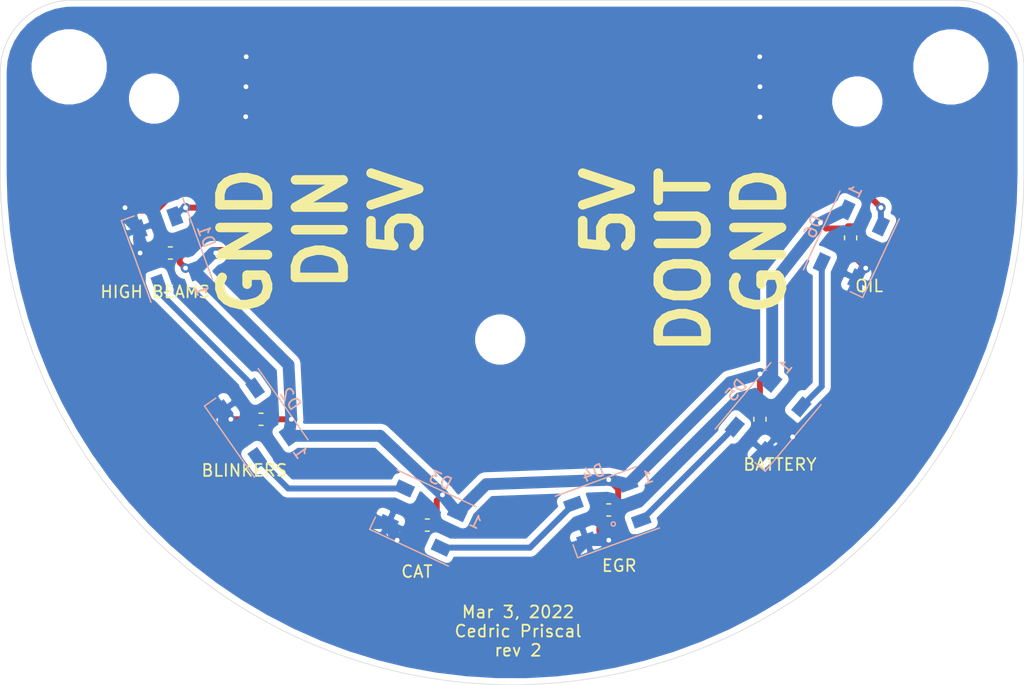
<source format=kicad_pcb>
(kicad_pcb (version 20171130) (host pcbnew 5.1.5+dfsg1-2build2)

  (general
    (thickness 1.6)
    (drawings 21)
    (tracks 125)
    (zones 0)
    (modules 23)
    (nets 10)
  )

  (page A4)
  (layers
    (0 F.Cu signal)
    (31 B.Cu signal)
    (32 B.Adhes user)
    (33 F.Adhes user)
    (34 B.Paste user)
    (35 F.Paste user)
    (36 B.SilkS user)
    (37 F.SilkS user)
    (38 B.Mask user)
    (39 F.Mask user)
    (40 Dwgs.User user)
    (41 Cmts.User user)
    (42 Eco1.User user hide)
    (43 Eco2.User user)
    (44 Edge.Cuts user)
    (45 Margin user)
    (46 B.CrtYd user)
    (47 F.CrtYd user)
    (48 B.Fab user)
    (49 F.Fab user)
  )

  (setup
    (last_trace_width 0.25)
    (trace_clearance 0.2)
    (zone_clearance 0.508)
    (zone_45_only no)
    (trace_min 0.2)
    (via_size 0.8)
    (via_drill 0.4)
    (via_min_size 0.4)
    (via_min_drill 0.3)
    (uvia_size 0.3)
    (uvia_drill 0.1)
    (uvias_allowed no)
    (uvia_min_size 0.2)
    (uvia_min_drill 0.1)
    (edge_width 0.05)
    (segment_width 0.2)
    (pcb_text_width 0.3)
    (pcb_text_size 1.5 1.5)
    (mod_edge_width 0.12)
    (mod_text_size 1 1)
    (mod_text_width 0.15)
    (pad_size 1.524 1.524)
    (pad_drill 0.762)
    (pad_to_mask_clearance 0.051)
    (solder_mask_min_width 0.25)
    (aux_axis_origin 0 0)
    (grid_origin 155.9 92.1)
    (visible_elements 7FFDFFFF)
    (pcbplotparams
      (layerselection 0x010fc_ffffffff)
      (usegerberextensions false)
      (usegerberattributes false)
      (usegerberadvancedattributes false)
      (creategerberjobfile false)
      (excludeedgelayer true)
      (linewidth 0.100000)
      (plotframeref false)
      (viasonmask false)
      (mode 1)
      (useauxorigin false)
      (hpglpennumber 1)
      (hpglpenspeed 20)
      (hpglpendiameter 15.000000)
      (psnegative false)
      (psa4output false)
      (plotreference true)
      (plotvalue true)
      (plotinvisibletext false)
      (padsonsilk false)
      (subtractmaskfromsilk false)
      (outputformat 1)
      (mirror false)
      (drillshape 1)
      (scaleselection 1)
      (outputdirectory ""))
  )

  (net 0 "")
  (net 1 GND)
  (net 2 "Net-(D1-Pad2)")
  (net 3 "Net-(D1-Pad4)")
  (net 4 "Net-(D2-Pad2)")
  (net 5 "Net-(D3-Pad2)")
  (net 6 "Net-(D4-Pad2)")
  (net 7 "Net-(D5-Pad2)")
  (net 8 "Net-(D6-Pad2)")
  (net 9 +5V)

  (net_class Default "This is the default net class."
    (clearance 0.2)
    (trace_width 0.25)
    (via_dia 0.8)
    (via_drill 0.4)
    (uvia_dia 0.3)
    (uvia_drill 0.1)
    (add_net +5V)
    (add_net GND)
    (add_net "Net-(D1-Pad2)")
    (add_net "Net-(D1-Pad4)")
    (add_net "Net-(D2-Pad2)")
    (add_net "Net-(D3-Pad2)")
    (add_net "Net-(D4-Pad2)")
    (add_net "Net-(D5-Pad2)")
    (add_net "Net-(D6-Pad2)")
  )

  (module Capacitor_SMD:C_0603_1608Metric (layer F.Cu) (tedit 5B301BBE) (tstamp 6221F685)
    (at 183.84 89.56 270)
    (descr "Capacitor SMD 0603 (1608 Metric), square (rectangular) end terminal, IPC_7351 nominal, (Body size source: http://www.tortai-tech.com/upload/download/2011102023233369053.pdf), generated with kicad-footprint-generator")
    (tags capacitor)
    (path /62276248)
    (attr smd)
    (fp_text reference C6 (at 0 -1.43 90) (layer F.SilkS) hide
      (effects (font (size 1 1) (thickness 0.15)))
    )
    (fp_text value C (at 0 1.43 90) (layer F.Fab)
      (effects (font (size 1 1) (thickness 0.15)))
    )
    (fp_text user %R (at 0 0 90) (layer F.Fab)
      (effects (font (size 0.4 0.4) (thickness 0.06)))
    )
    (fp_line (start 1.48 0.73) (end -1.48 0.73) (layer F.CrtYd) (width 0.05))
    (fp_line (start 1.48 -0.73) (end 1.48 0.73) (layer F.CrtYd) (width 0.05))
    (fp_line (start -1.48 -0.73) (end 1.48 -0.73) (layer F.CrtYd) (width 0.05))
    (fp_line (start -1.48 0.73) (end -1.48 -0.73) (layer F.CrtYd) (width 0.05))
    (fp_line (start -0.162779 0.51) (end 0.162779 0.51) (layer F.SilkS) (width 0.12))
    (fp_line (start -0.162779 -0.51) (end 0.162779 -0.51) (layer F.SilkS) (width 0.12))
    (fp_line (start 0.8 0.4) (end -0.8 0.4) (layer F.Fab) (width 0.1))
    (fp_line (start 0.8 -0.4) (end 0.8 0.4) (layer F.Fab) (width 0.1))
    (fp_line (start -0.8 -0.4) (end 0.8 -0.4) (layer F.Fab) (width 0.1))
    (fp_line (start -0.8 0.4) (end -0.8 -0.4) (layer F.Fab) (width 0.1))
    (pad 2 smd roundrect (at 0.7875 0 270) (size 0.875 0.95) (layers F.Cu F.Paste F.Mask) (roundrect_rratio 0.25)
      (net 1 GND))
    (pad 1 smd roundrect (at -0.7875 0 270) (size 0.875 0.95) (layers F.Cu F.Paste F.Mask) (roundrect_rratio 0.25)
      (net 9 +5V))
    (model ${KISYS3DMOD}/Capacitor_SMD.3dshapes/C_0603_1608Metric.wrl
      (at (xyz 0 0 0))
      (scale (xyz 1 1 1))
      (rotate (xyz 0 0 0))
    )
  )

  (module Capacitor_SMD:C_0603_1608Metric (layer F.Cu) (tedit 5B301BBE) (tstamp 6221F674)
    (at 176.22 104.8 270)
    (descr "Capacitor SMD 0603 (1608 Metric), square (rectangular) end terminal, IPC_7351 nominal, (Body size source: http://www.tortai-tech.com/upload/download/2011102023233369053.pdf), generated with kicad-footprint-generator")
    (tags capacitor)
    (path /6227622A)
    (attr smd)
    (fp_text reference C5 (at 0 -1.43 90) (layer F.SilkS) hide
      (effects (font (size 1 1) (thickness 0.15)))
    )
    (fp_text value C (at 0 1.43 90) (layer F.Fab)
      (effects (font (size 1 1) (thickness 0.15)))
    )
    (fp_text user %R (at 0 0 90) (layer F.Fab)
      (effects (font (size 0.4 0.4) (thickness 0.06)))
    )
    (fp_line (start 1.48 0.73) (end -1.48 0.73) (layer F.CrtYd) (width 0.05))
    (fp_line (start 1.48 -0.73) (end 1.48 0.73) (layer F.CrtYd) (width 0.05))
    (fp_line (start -1.48 -0.73) (end 1.48 -0.73) (layer F.CrtYd) (width 0.05))
    (fp_line (start -1.48 0.73) (end -1.48 -0.73) (layer F.CrtYd) (width 0.05))
    (fp_line (start -0.162779 0.51) (end 0.162779 0.51) (layer F.SilkS) (width 0.12))
    (fp_line (start -0.162779 -0.51) (end 0.162779 -0.51) (layer F.SilkS) (width 0.12))
    (fp_line (start 0.8 0.4) (end -0.8 0.4) (layer F.Fab) (width 0.1))
    (fp_line (start 0.8 -0.4) (end 0.8 0.4) (layer F.Fab) (width 0.1))
    (fp_line (start -0.8 -0.4) (end 0.8 -0.4) (layer F.Fab) (width 0.1))
    (fp_line (start -0.8 0.4) (end -0.8 -0.4) (layer F.Fab) (width 0.1))
    (pad 2 smd roundrect (at 0.7875 0 270) (size 0.875 0.95) (layers F.Cu F.Paste F.Mask) (roundrect_rratio 0.25)
      (net 1 GND))
    (pad 1 smd roundrect (at -0.7875 0 270) (size 0.875 0.95) (layers F.Cu F.Paste F.Mask) (roundrect_rratio 0.25)
      (net 9 +5V))
    (model ${KISYS3DMOD}/Capacitor_SMD.3dshapes/C_0603_1608Metric.wrl
      (at (xyz 0 0 0))
      (scale (xyz 1 1 1))
      (rotate (xyz 0 0 0))
    )
  )

  (module Capacitor_SMD:C_0603_1608Metric (layer F.Cu) (tedit 5B301BBE) (tstamp 6221F663)
    (at 163.52 112.42 180)
    (descr "Capacitor SMD 0603 (1608 Metric), square (rectangular) end terminal, IPC_7351 nominal, (Body size source: http://www.tortai-tech.com/upload/download/2011102023233369053.pdf), generated with kicad-footprint-generator")
    (tags capacitor)
    (path /62274347)
    (attr smd)
    (fp_text reference C4 (at 0 -1.43) (layer F.SilkS) hide
      (effects (font (size 1 1) (thickness 0.15)))
    )
    (fp_text value C (at 0 1.43) (layer F.Fab)
      (effects (font (size 1 1) (thickness 0.15)))
    )
    (fp_text user %R (at 0 0) (layer F.Fab)
      (effects (font (size 0.4 0.4) (thickness 0.06)))
    )
    (fp_line (start 1.48 0.73) (end -1.48 0.73) (layer F.CrtYd) (width 0.05))
    (fp_line (start 1.48 -0.73) (end 1.48 0.73) (layer F.CrtYd) (width 0.05))
    (fp_line (start -1.48 -0.73) (end 1.48 -0.73) (layer F.CrtYd) (width 0.05))
    (fp_line (start -1.48 0.73) (end -1.48 -0.73) (layer F.CrtYd) (width 0.05))
    (fp_line (start -0.162779 0.51) (end 0.162779 0.51) (layer F.SilkS) (width 0.12))
    (fp_line (start -0.162779 -0.51) (end 0.162779 -0.51) (layer F.SilkS) (width 0.12))
    (fp_line (start 0.8 0.4) (end -0.8 0.4) (layer F.Fab) (width 0.1))
    (fp_line (start 0.8 -0.4) (end 0.8 0.4) (layer F.Fab) (width 0.1))
    (fp_line (start -0.8 -0.4) (end 0.8 -0.4) (layer F.Fab) (width 0.1))
    (fp_line (start -0.8 0.4) (end -0.8 -0.4) (layer F.Fab) (width 0.1))
    (pad 2 smd roundrect (at 0.7875 0 180) (size 0.875 0.95) (layers F.Cu F.Paste F.Mask) (roundrect_rratio 0.25)
      (net 1 GND))
    (pad 1 smd roundrect (at -0.7875 0 180) (size 0.875 0.95) (layers F.Cu F.Paste F.Mask) (roundrect_rratio 0.25)
      (net 9 +5V))
    (model ${KISYS3DMOD}/Capacitor_SMD.3dshapes/C_0603_1608Metric.wrl
      (at (xyz 0 0 0))
      (scale (xyz 1 1 1))
      (rotate (xyz 0 0 0))
    )
  )

  (module Capacitor_SMD:C_0603_1608Metric (layer F.Cu) (tedit 5B301BBE) (tstamp 6221F652)
    (at 148.28 113.69 180)
    (descr "Capacitor SMD 0603 (1608 Metric), square (rectangular) end terminal, IPC_7351 nominal, (Body size source: http://www.tortai-tech.com/upload/download/2011102023233369053.pdf), generated with kicad-footprint-generator")
    (tags capacitor)
    (path /62274329)
    (attr smd)
    (fp_text reference C3 (at 0 -1.43) (layer F.SilkS) hide
      (effects (font (size 1 1) (thickness 0.15)))
    )
    (fp_text value C (at 0 1.43) (layer F.Fab)
      (effects (font (size 1 1) (thickness 0.15)))
    )
    (fp_text user %R (at 0 0) (layer F.Fab)
      (effects (font (size 0.4 0.4) (thickness 0.06)))
    )
    (fp_line (start 1.48 0.73) (end -1.48 0.73) (layer F.CrtYd) (width 0.05))
    (fp_line (start 1.48 -0.73) (end 1.48 0.73) (layer F.CrtYd) (width 0.05))
    (fp_line (start -1.48 -0.73) (end 1.48 -0.73) (layer F.CrtYd) (width 0.05))
    (fp_line (start -1.48 0.73) (end -1.48 -0.73) (layer F.CrtYd) (width 0.05))
    (fp_line (start -0.162779 0.51) (end 0.162779 0.51) (layer F.SilkS) (width 0.12))
    (fp_line (start -0.162779 -0.51) (end 0.162779 -0.51) (layer F.SilkS) (width 0.12))
    (fp_line (start 0.8 0.4) (end -0.8 0.4) (layer F.Fab) (width 0.1))
    (fp_line (start 0.8 -0.4) (end 0.8 0.4) (layer F.Fab) (width 0.1))
    (fp_line (start -0.8 -0.4) (end 0.8 -0.4) (layer F.Fab) (width 0.1))
    (fp_line (start -0.8 0.4) (end -0.8 -0.4) (layer F.Fab) (width 0.1))
    (pad 2 smd roundrect (at 0.7875 0 180) (size 0.875 0.95) (layers F.Cu F.Paste F.Mask) (roundrect_rratio 0.25)
      (net 1 GND))
    (pad 1 smd roundrect (at -0.7875 0 180) (size 0.875 0.95) (layers F.Cu F.Paste F.Mask) (roundrect_rratio 0.25)
      (net 9 +5V))
    (model ${KISYS3DMOD}/Capacitor_SMD.3dshapes/C_0603_1608Metric.wrl
      (at (xyz 0 0 0))
      (scale (xyz 1 1 1))
      (rotate (xyz 0 0 0))
    )
  )

  (module Capacitor_SMD:C_0603_1608Metric (layer F.Cu) (tedit 5B301BBE) (tstamp 6221F641)
    (at 134.31 104.8 180)
    (descr "Capacitor SMD 0603 (1608 Metric), square (rectangular) end terminal, IPC_7351 nominal, (Body size source: http://www.tortai-tech.com/upload/download/2011102023233369053.pdf), generated with kicad-footprint-generator")
    (tags capacitor)
    (path /622723CA)
    (attr smd)
    (fp_text reference C2 (at 0 -1.43) (layer F.SilkS) hide
      (effects (font (size 1 1) (thickness 0.15)))
    )
    (fp_text value C (at 0 1.43) (layer F.Fab)
      (effects (font (size 1 1) (thickness 0.15)))
    )
    (fp_text user %R (at 0 0) (layer F.Fab)
      (effects (font (size 0.4 0.4) (thickness 0.06)))
    )
    (fp_line (start 1.48 0.73) (end -1.48 0.73) (layer F.CrtYd) (width 0.05))
    (fp_line (start 1.48 -0.73) (end 1.48 0.73) (layer F.CrtYd) (width 0.05))
    (fp_line (start -1.48 -0.73) (end 1.48 -0.73) (layer F.CrtYd) (width 0.05))
    (fp_line (start -1.48 0.73) (end -1.48 -0.73) (layer F.CrtYd) (width 0.05))
    (fp_line (start -0.162779 0.51) (end 0.162779 0.51) (layer F.SilkS) (width 0.12))
    (fp_line (start -0.162779 -0.51) (end 0.162779 -0.51) (layer F.SilkS) (width 0.12))
    (fp_line (start 0.8 0.4) (end -0.8 0.4) (layer F.Fab) (width 0.1))
    (fp_line (start 0.8 -0.4) (end 0.8 0.4) (layer F.Fab) (width 0.1))
    (fp_line (start -0.8 -0.4) (end 0.8 -0.4) (layer F.Fab) (width 0.1))
    (fp_line (start -0.8 0.4) (end -0.8 -0.4) (layer F.Fab) (width 0.1))
    (pad 2 smd roundrect (at 0.7875 0 180) (size 0.875 0.95) (layers F.Cu F.Paste F.Mask) (roundrect_rratio 0.25)
      (net 1 GND))
    (pad 1 smd roundrect (at -0.7875 0 180) (size 0.875 0.95) (layers F.Cu F.Paste F.Mask) (roundrect_rratio 0.25)
      (net 9 +5V))
    (model ${KISYS3DMOD}/Capacitor_SMD.3dshapes/C_0603_1608Metric.wrl
      (at (xyz 0 0 0))
      (scale (xyz 1 1 1))
      (rotate (xyz 0 0 0))
    )
  )

  (module Capacitor_SMD:C_0603_1608Metric (layer F.Cu) (tedit 5B301BBE) (tstamp 6221F630)
    (at 126.69 90.83 180)
    (descr "Capacitor SMD 0603 (1608 Metric), square (rectangular) end terminal, IPC_7351 nominal, (Body size source: http://www.tortai-tech.com/upload/download/2011102023233369053.pdf), generated with kicad-footprint-generator")
    (tags capacitor)
    (path /622704D9)
    (attr smd)
    (fp_text reference C1 (at 0 -1.43) (layer F.SilkS) hide
      (effects (font (size 1 1) (thickness 0.15)))
    )
    (fp_text value C (at 0 1.43) (layer F.Fab)
      (effects (font (size 1 1) (thickness 0.15)))
    )
    (fp_text user %R (at 0 0) (layer F.Fab)
      (effects (font (size 0.4 0.4) (thickness 0.06)))
    )
    (fp_line (start 1.48 0.73) (end -1.48 0.73) (layer F.CrtYd) (width 0.05))
    (fp_line (start 1.48 -0.73) (end 1.48 0.73) (layer F.CrtYd) (width 0.05))
    (fp_line (start -1.48 -0.73) (end 1.48 -0.73) (layer F.CrtYd) (width 0.05))
    (fp_line (start -1.48 0.73) (end -1.48 -0.73) (layer F.CrtYd) (width 0.05))
    (fp_line (start -0.162779 0.51) (end 0.162779 0.51) (layer F.SilkS) (width 0.12))
    (fp_line (start -0.162779 -0.51) (end 0.162779 -0.51) (layer F.SilkS) (width 0.12))
    (fp_line (start 0.8 0.4) (end -0.8 0.4) (layer F.Fab) (width 0.1))
    (fp_line (start 0.8 -0.4) (end 0.8 0.4) (layer F.Fab) (width 0.1))
    (fp_line (start -0.8 -0.4) (end 0.8 -0.4) (layer F.Fab) (width 0.1))
    (fp_line (start -0.8 0.4) (end -0.8 -0.4) (layer F.Fab) (width 0.1))
    (pad 2 smd roundrect (at 0.7875 0 180) (size 0.875 0.95) (layers F.Cu F.Paste F.Mask) (roundrect_rratio 0.25)
      (net 1 GND))
    (pad 1 smd roundrect (at -0.7875 0 180) (size 0.875 0.95) (layers F.Cu F.Paste F.Mask) (roundrect_rratio 0.25)
      (net 9 +5V))
    (model ${KISYS3DMOD}/Capacitor_SMD.3dshapes/C_0603_1608Metric.wrl
      (at (xyz 0 0 0))
      (scale (xyz 1 1 1))
      (rotate (xyz 0 0 0))
    )
  )

  (module Connector_Wire:SolderWirePad_1x01_SMD_5x10mm (layer F.Cu) (tedit 5640A485) (tstamp 6221A07C)
    (at 176.22 76.86)
    (descr "Wire Pad, Square, SMD Pad,  5mm x 10mm,")
    (tags "MesurementPoint Square SMDPad 5mmx10mm ")
    (path /622664A2)
    (attr smd virtual)
    (fp_text reference J6 (at 0 -3.81) (layer F.SilkS) hide
      (effects (font (size 1 1) (thickness 0.15)))
    )
    (fp_text value Conn_01x01 (at 0 6.35) (layer F.Fab)
      (effects (font (size 1 1) (thickness 0.15)))
    )
    (fp_line (start -2.75 -5.25) (end -2.75 5.25) (layer F.CrtYd) (width 0.05))
    (fp_line (start -2.75 5.25) (end 2.75 5.25) (layer F.CrtYd) (width 0.05))
    (fp_line (start 2.75 5.25) (end 2.75 -5.25) (layer F.CrtYd) (width 0.05))
    (fp_line (start 2.75 -5.25) (end -2.75 -5.25) (layer F.CrtYd) (width 0.05))
    (fp_text user %R (at 0 0) (layer F.Fab)
      (effects (font (size 1 1) (thickness 0.15)))
    )
    (pad 1 smd rect (at 0 0) (size 5 10) (layers F.Cu F.Paste F.Mask)
      (net 1 GND))
  )

  (module Connector_Wire:SolderWirePad_1x01_SMD_5x10mm (layer F.Cu) (tedit 5640A485) (tstamp 6221A072)
    (at 133.04 76.86)
    (descr "Wire Pad, Square, SMD Pad,  5mm x 10mm,")
    (tags "MesurementPoint Square SMDPad 5mmx10mm ")
    (path /62266182)
    (attr smd virtual)
    (fp_text reference J5 (at 0 -3.81) (layer F.SilkS) hide
      (effects (font (size 1 1) (thickness 0.15)))
    )
    (fp_text value Conn_01x01 (at 0 6.35) (layer F.Fab)
      (effects (font (size 1 1) (thickness 0.15)))
    )
    (fp_line (start -2.75 -5.25) (end -2.75 5.25) (layer F.CrtYd) (width 0.05))
    (fp_line (start -2.75 5.25) (end 2.75 5.25) (layer F.CrtYd) (width 0.05))
    (fp_line (start 2.75 5.25) (end 2.75 -5.25) (layer F.CrtYd) (width 0.05))
    (fp_line (start 2.75 -5.25) (end -2.75 -5.25) (layer F.CrtYd) (width 0.05))
    (fp_text user %R (at 0 0) (layer F.Fab)
      (effects (font (size 1 1) (thickness 0.15)))
    )
    (pad 1 smd rect (at 0 0) (size 5 10) (layers F.Cu F.Paste F.Mask)
      (net 1 GND))
  )

  (module Connector_Wire:SolderWirePad_1x01_SMD_5x10mm (layer F.Cu) (tedit 5640A485) (tstamp 6221A068)
    (at 169.87 76.86)
    (descr "Wire Pad, Square, SMD Pad,  5mm x 10mm,")
    (tags "MesurementPoint Square SMDPad 5mmx10mm ")
    (path /622664AC)
    (attr smd virtual)
    (fp_text reference J4 (at 0 -3.81) (layer F.SilkS) hide
      (effects (font (size 1 1) (thickness 0.15)))
    )
    (fp_text value Conn_01x01 (at 0 6.35) (layer F.Fab)
      (effects (font (size 1 1) (thickness 0.15)))
    )
    (fp_line (start -2.75 -5.25) (end -2.75 5.25) (layer F.CrtYd) (width 0.05))
    (fp_line (start -2.75 5.25) (end 2.75 5.25) (layer F.CrtYd) (width 0.05))
    (fp_line (start 2.75 5.25) (end 2.75 -5.25) (layer F.CrtYd) (width 0.05))
    (fp_line (start 2.75 -5.25) (end -2.75 -5.25) (layer F.CrtYd) (width 0.05))
    (fp_text user %R (at 0 0) (layer F.Fab)
      (effects (font (size 1 1) (thickness 0.15)))
    )
    (pad 1 smd rect (at 0 0) (size 5 10) (layers F.Cu F.Paste F.Mask)
      (net 8 "Net-(D6-Pad2)"))
  )

  (module Connector_Wire:SolderWirePad_1x01_SMD_5x10mm (layer F.Cu) (tedit 5640A485) (tstamp 6221A05E)
    (at 139.39 76.86)
    (descr "Wire Pad, Square, SMD Pad,  5mm x 10mm,")
    (tags "MesurementPoint Square SMDPad 5mmx10mm ")
    (path /62265B68)
    (attr smd virtual)
    (fp_text reference J3 (at 0 -3.81) (layer F.SilkS) hide
      (effects (font (size 1 1) (thickness 0.15)))
    )
    (fp_text value Conn_01x01 (at 0 6.35) (layer F.Fab)
      (effects (font (size 1 1) (thickness 0.15)))
    )
    (fp_line (start -2.75 -5.25) (end -2.75 5.25) (layer F.CrtYd) (width 0.05))
    (fp_line (start -2.75 5.25) (end 2.75 5.25) (layer F.CrtYd) (width 0.05))
    (fp_line (start 2.75 5.25) (end 2.75 -5.25) (layer F.CrtYd) (width 0.05))
    (fp_line (start 2.75 -5.25) (end -2.75 -5.25) (layer F.CrtYd) (width 0.05))
    (fp_text user %R (at 0 0) (layer F.Fab)
      (effects (font (size 1 1) (thickness 0.15)))
    )
    (pad 1 smd rect (at 0 0) (size 5 10) (layers F.Cu F.Paste F.Mask)
      (net 3 "Net-(D1-Pad4)"))
  )

  (module Connector_Wire:SolderWirePad_1x01_SMD_5x10mm (layer F.Cu) (tedit 5640A485) (tstamp 6221A054)
    (at 163.52 76.86)
    (descr "Wire Pad, Square, SMD Pad,  5mm x 10mm,")
    (tags "MesurementPoint Square SMDPad 5mmx10mm ")
    (path /622664B6)
    (attr smd virtual)
    (fp_text reference J2 (at 0 -3.81) (layer F.SilkS) hide
      (effects (font (size 1 1) (thickness 0.15)))
    )
    (fp_text value Conn_01x01 (at 0 6.35) (layer F.Fab)
      (effects (font (size 1 1) (thickness 0.15)))
    )
    (fp_line (start -2.75 -5.25) (end -2.75 5.25) (layer F.CrtYd) (width 0.05))
    (fp_line (start -2.75 5.25) (end 2.75 5.25) (layer F.CrtYd) (width 0.05))
    (fp_line (start 2.75 5.25) (end 2.75 -5.25) (layer F.CrtYd) (width 0.05))
    (fp_line (start 2.75 -5.25) (end -2.75 -5.25) (layer F.CrtYd) (width 0.05))
    (fp_text user %R (at 0 0) (layer F.Fab)
      (effects (font (size 1 1) (thickness 0.15)))
    )
    (pad 1 smd rect (at 0 0) (size 5 10) (layers F.Cu F.Paste F.Mask)
      (net 9 +5V))
  )

  (module Connector_Wire:SolderWirePad_1x01_SMD_5x10mm (layer F.Cu) (tedit 5640A485) (tstamp 5E38F16E)
    (at 145.74 76.86)
    (descr "Wire Pad, Square, SMD Pad,  5mm x 10mm,")
    (tags "MesurementPoint Square SMDPad 5mmx10mm ")
    (path /5E3CFDE1)
    (attr smd virtual)
    (fp_text reference J1 (at 0 -3.81) (layer F.SilkS) hide
      (effects (font (size 1 1) (thickness 0.15)))
    )
    (fp_text value Conn_01x01 (at 0 6.35) (layer F.Fab)
      (effects (font (size 1 1) (thickness 0.15)))
    )
    (fp_line (start -2.75 -5.25) (end -2.75 5.25) (layer F.CrtYd) (width 0.05))
    (fp_line (start -2.75 5.25) (end 2.75 5.25) (layer F.CrtYd) (width 0.05))
    (fp_line (start 2.75 5.25) (end 2.75 -5.25) (layer F.CrtYd) (width 0.05))
    (fp_line (start 2.75 -5.25) (end -2.75 -5.25) (layer F.CrtYd) (width 0.05))
    (fp_text user %R (at 0 0) (layer F.Fab)
      (effects (font (size 1 1) (thickness 0.15)))
    )
    (pad 1 smd rect (at 0 0) (size 5 10) (layers F.Cu F.Paste F.Mask)
      (net 9 +5V))
  )

  (module LED_SMD:LED_WS2812B_PLCC4_5.0x5.0mm_P3.2mm (layer B.Cu) (tedit 5AA4B285) (tstamp 5E37A535)
    (at 183.9 90.1 245)
    (descr https://cdn-shop.adafruit.com/datasheets/WS2812B.pdf)
    (tags "LED RGB NeoPixel")
    (path /6221ED05)
    (attr smd)
    (fp_text reference D6 (at 0 3.5 65) (layer B.SilkS)
      (effects (font (size 1 1) (thickness 0.15)) (justify mirror))
    )
    (fp_text value WS2812B (at 0 -4 65) (layer B.Fab)
      (effects (font (size 1 1) (thickness 0.15)) (justify mirror))
    )
    (fp_circle (center 0 0) (end 0 2) (layer B.Fab) (width 0.1))
    (fp_line (start 3.65 -2.75) (end 3.65 -1.6) (layer B.SilkS) (width 0.12))
    (fp_line (start -3.65 -2.75) (end 3.65 -2.75) (layer B.SilkS) (width 0.12))
    (fp_line (start -3.65 2.75) (end 3.65 2.75) (layer B.SilkS) (width 0.12))
    (fp_line (start 2.5 2.5) (end -2.5 2.5) (layer B.Fab) (width 0.1))
    (fp_line (start 2.5 -2.5) (end 2.5 2.5) (layer B.Fab) (width 0.1))
    (fp_line (start -2.5 -2.5) (end 2.5 -2.5) (layer B.Fab) (width 0.1))
    (fp_line (start -2.5 2.5) (end -2.5 -2.5) (layer B.Fab) (width 0.1))
    (fp_line (start 2.5 -1.5) (end 1.5 -2.5) (layer B.Fab) (width 0.1))
    (fp_line (start -3.45 2.75) (end -3.45 -2.75) (layer B.CrtYd) (width 0.05))
    (fp_line (start -3.45 -2.75) (end 3.45 -2.75) (layer B.CrtYd) (width 0.05))
    (fp_line (start 3.45 -2.75) (end 3.45 2.75) (layer B.CrtYd) (width 0.05))
    (fp_line (start 3.45 2.75) (end -3.45 2.75) (layer B.CrtYd) (width 0.05))
    (fp_text user %R (at 0 0 65) (layer B.Fab)
      (effects (font (size 0.8 0.8) (thickness 0.15)) (justify mirror))
    )
    (fp_text user 1 (at -4.15 1.6 65) (layer B.SilkS)
      (effects (font (size 1 1) (thickness 0.15)) (justify mirror))
    )
    (pad 1 smd rect (at -2.45 1.6 245) (size 1.5 1) (layers B.Cu B.Paste B.Mask)
      (net 9 +5V))
    (pad 2 smd rect (at -2.45 -1.6 245) (size 1.5 1) (layers B.Cu B.Paste B.Mask)
      (net 8 "Net-(D6-Pad2)"))
    (pad 4 smd rect (at 2.45 1.6 245) (size 1.5 1) (layers B.Cu B.Paste B.Mask)
      (net 7 "Net-(D5-Pad2)"))
    (pad 3 smd rect (at 2.45 -1.6 245) (size 1.5 1) (layers B.Cu B.Paste B.Mask)
      (net 1 GND))
    (model ${KISYS3DMOD}/LED_SMD.3dshapes/LED_WS2812B_PLCC4_5.0x5.0mm_P3.2mm.wrl
      (at (xyz 0 0 0))
      (scale (xyz 1 1 1))
      (rotate (xyz 0 0 0))
    )
  )

  (module LED_SMD:LED_WS2812B_PLCC4_5.0x5.0mm_P3.2mm (layer B.Cu) (tedit 5AA4B285) (tstamp 5E37A523)
    (at 176.9 104.6 230)
    (descr https://cdn-shop.adafruit.com/datasheets/WS2812B.pdf)
    (tags "LED RGB NeoPixel")
    (path /6221E396)
    (attr smd)
    (fp_text reference D5 (at 0 3.5 50) (layer B.SilkS)
      (effects (font (size 1 1) (thickness 0.15)) (justify mirror))
    )
    (fp_text value WS2812B (at 0 -4 50) (layer B.Fab)
      (effects (font (size 1 1) (thickness 0.15)) (justify mirror))
    )
    (fp_circle (center 0 0) (end 0 2) (layer B.Fab) (width 0.1))
    (fp_line (start 3.65 -2.75) (end 3.65 -1.6) (layer B.SilkS) (width 0.12))
    (fp_line (start -3.65 -2.75) (end 3.65 -2.75) (layer B.SilkS) (width 0.12))
    (fp_line (start -3.65 2.75) (end 3.65 2.75) (layer B.SilkS) (width 0.12))
    (fp_line (start 2.5 2.5) (end -2.5 2.5) (layer B.Fab) (width 0.1))
    (fp_line (start 2.5 -2.5) (end 2.5 2.5) (layer B.Fab) (width 0.1))
    (fp_line (start -2.5 -2.5) (end 2.5 -2.5) (layer B.Fab) (width 0.1))
    (fp_line (start -2.5 2.5) (end -2.5 -2.5) (layer B.Fab) (width 0.1))
    (fp_line (start 2.5 -1.5) (end 1.5 -2.5) (layer B.Fab) (width 0.1))
    (fp_line (start -3.45 2.75) (end -3.45 -2.75) (layer B.CrtYd) (width 0.05))
    (fp_line (start -3.45 -2.75) (end 3.45 -2.75) (layer B.CrtYd) (width 0.05))
    (fp_line (start 3.45 -2.75) (end 3.45 2.75) (layer B.CrtYd) (width 0.05))
    (fp_line (start 3.45 2.75) (end -3.45 2.75) (layer B.CrtYd) (width 0.05))
    (fp_text user %R (at 0 0 50) (layer B.Fab)
      (effects (font (size 0.8 0.8) (thickness 0.15)) (justify mirror))
    )
    (fp_text user 1 (at -4.15 1.6 50) (layer B.SilkS)
      (effects (font (size 1 1) (thickness 0.15)) (justify mirror))
    )
    (pad 1 smd rect (at -2.45 1.6 230) (size 1.5 1) (layers B.Cu B.Paste B.Mask)
      (net 9 +5V))
    (pad 2 smd rect (at -2.45 -1.6 230) (size 1.5 1) (layers B.Cu B.Paste B.Mask)
      (net 7 "Net-(D5-Pad2)"))
    (pad 4 smd rect (at 2.45 1.6 230) (size 1.5 1) (layers B.Cu B.Paste B.Mask)
      (net 6 "Net-(D4-Pad2)"))
    (pad 3 smd rect (at 2.45 -1.6 230) (size 1.5 1) (layers B.Cu B.Paste B.Mask)
      (net 1 GND))
    (model ${KISYS3DMOD}/LED_SMD.3dshapes/LED_WS2812B_PLCC4_5.0x5.0mm_P3.2mm.wrl
      (at (xyz 0 0 0))
      (scale (xyz 1 1 1))
      (rotate (xyz 0 0 0))
    )
  )

  (module LED_SMD:LED_WS2812B_PLCC4_5.0x5.0mm_P3.2mm (layer B.Cu) (tedit 5AA4B285) (tstamp 5E37A511)
    (at 163.4 112.6 200)
    (descr https://cdn-shop.adafruit.com/datasheets/WS2812B.pdf)
    (tags "LED RGB NeoPixel")
    (path /6221D83B)
    (attr smd)
    (fp_text reference D4 (at 0 3.5 20) (layer B.SilkS)
      (effects (font (size 1 1) (thickness 0.15)) (justify mirror))
    )
    (fp_text value WS2812B (at 0 -4 20) (layer B.Fab)
      (effects (font (size 1 1) (thickness 0.15)) (justify mirror))
    )
    (fp_circle (center 0 0) (end 0 2) (layer B.Fab) (width 0.1))
    (fp_line (start 3.65 -2.75) (end 3.65 -1.6) (layer B.SilkS) (width 0.12))
    (fp_line (start -3.65 -2.75) (end 3.65 -2.75) (layer B.SilkS) (width 0.12))
    (fp_line (start -3.65 2.75) (end 3.65 2.75) (layer B.SilkS) (width 0.12))
    (fp_line (start 2.5 2.5) (end -2.5 2.5) (layer B.Fab) (width 0.1))
    (fp_line (start 2.5 -2.5) (end 2.5 2.5) (layer B.Fab) (width 0.1))
    (fp_line (start -2.5 -2.5) (end 2.5 -2.5) (layer B.Fab) (width 0.1))
    (fp_line (start -2.5 2.5) (end -2.5 -2.5) (layer B.Fab) (width 0.1))
    (fp_line (start 2.5 -1.5) (end 1.5 -2.5) (layer B.Fab) (width 0.1))
    (fp_line (start -3.45 2.75) (end -3.45 -2.75) (layer B.CrtYd) (width 0.05))
    (fp_line (start -3.45 -2.75) (end 3.45 -2.75) (layer B.CrtYd) (width 0.05))
    (fp_line (start 3.45 -2.75) (end 3.45 2.75) (layer B.CrtYd) (width 0.05))
    (fp_line (start 3.45 2.75) (end -3.45 2.75) (layer B.CrtYd) (width 0.05))
    (fp_text user %R (at 0 0 20) (layer B.Fab)
      (effects (font (size 0.8 0.8) (thickness 0.15)) (justify mirror))
    )
    (fp_text user 1 (at -4.15 1.6 20) (layer B.SilkS)
      (effects (font (size 1 1) (thickness 0.15)) (justify mirror))
    )
    (pad 1 smd rect (at -2.45 1.6 200) (size 1.5 1) (layers B.Cu B.Paste B.Mask)
      (net 9 +5V))
    (pad 2 smd rect (at -2.45 -1.6 200) (size 1.5 1) (layers B.Cu B.Paste B.Mask)
      (net 6 "Net-(D4-Pad2)"))
    (pad 4 smd rect (at 2.45 1.6 200) (size 1.5 1) (layers B.Cu B.Paste B.Mask)
      (net 5 "Net-(D3-Pad2)"))
    (pad 3 smd rect (at 2.45 -1.6 200) (size 1.5 1) (layers B.Cu B.Paste B.Mask)
      (net 1 GND))
    (model ${KISYS3DMOD}/LED_SMD.3dshapes/LED_WS2812B_PLCC4_5.0x5.0mm_P3.2mm.wrl
      (at (xyz 0 0 0))
      (scale (xyz 1 1 1))
      (rotate (xyz 0 0 0))
    )
  )

  (module LED_SMD:LED_WS2812B_PLCC4_5.0x5.0mm_P3.2mm (layer B.Cu) (tedit 5AA4B285) (tstamp 5E37A4FF)
    (at 147.9 113.1 155)
    (descr https://cdn-shop.adafruit.com/datasheets/WS2812B.pdf)
    (tags "LED RGB NeoPixel")
    (path /6221CD8C)
    (attr smd)
    (fp_text reference D3 (at 0 3.5 155) (layer B.SilkS)
      (effects (font (size 1 1) (thickness 0.15)) (justify mirror))
    )
    (fp_text value WS2812B (at 0 -4 155) (layer B.Fab)
      (effects (font (size 1 1) (thickness 0.15)) (justify mirror))
    )
    (fp_circle (center 0 0) (end 0 2) (layer B.Fab) (width 0.1))
    (fp_line (start 3.65 -2.75) (end 3.65 -1.6) (layer B.SilkS) (width 0.12))
    (fp_line (start -3.65 -2.75) (end 3.65 -2.75) (layer B.SilkS) (width 0.12))
    (fp_line (start -3.65 2.75) (end 3.65 2.75) (layer B.SilkS) (width 0.12))
    (fp_line (start 2.5 2.5) (end -2.5 2.5) (layer B.Fab) (width 0.1))
    (fp_line (start 2.5 -2.5) (end 2.5 2.5) (layer B.Fab) (width 0.1))
    (fp_line (start -2.5 -2.5) (end 2.5 -2.5) (layer B.Fab) (width 0.1))
    (fp_line (start -2.5 2.5) (end -2.5 -2.5) (layer B.Fab) (width 0.1))
    (fp_line (start 2.5 -1.5) (end 1.5 -2.5) (layer B.Fab) (width 0.1))
    (fp_line (start -3.45 2.75) (end -3.45 -2.75) (layer B.CrtYd) (width 0.05))
    (fp_line (start -3.45 -2.75) (end 3.45 -2.75) (layer B.CrtYd) (width 0.05))
    (fp_line (start 3.45 -2.75) (end 3.45 2.75) (layer B.CrtYd) (width 0.05))
    (fp_line (start 3.45 2.75) (end -3.45 2.75) (layer B.CrtYd) (width 0.05))
    (fp_text user %R (at 0 0 155) (layer B.Fab)
      (effects (font (size 0.8 0.8) (thickness 0.15)) (justify mirror))
    )
    (fp_text user 1 (at -4.15 1.6 155) (layer B.SilkS)
      (effects (font (size 1 1) (thickness 0.15)) (justify mirror))
    )
    (pad 1 smd rect (at -2.45 1.6 155) (size 1.5 1) (layers B.Cu B.Paste B.Mask)
      (net 9 +5V))
    (pad 2 smd rect (at -2.45 -1.6 155) (size 1.5 1) (layers B.Cu B.Paste B.Mask)
      (net 5 "Net-(D3-Pad2)"))
    (pad 4 smd rect (at 2.45 1.6 155) (size 1.5 1) (layers B.Cu B.Paste B.Mask)
      (net 4 "Net-(D2-Pad2)"))
    (pad 3 smd rect (at 2.45 -1.6 155) (size 1.5 1) (layers B.Cu B.Paste B.Mask)
      (net 1 GND))
    (model ${KISYS3DMOD}/LED_SMD.3dshapes/LED_WS2812B_PLCC4_5.0x5.0mm_P3.2mm.wrl
      (at (xyz 0 0 0))
      (scale (xyz 1 1 1))
      (rotate (xyz 0 0 0))
    )
  )

  (module LED_SMD:LED_WS2812B_PLCC4_5.0x5.0mm_P3.2mm (layer B.Cu) (tedit 5AA4B285) (tstamp 5E37A4ED)
    (at 133.9 105.1 125)
    (descr https://cdn-shop.adafruit.com/datasheets/WS2812B.pdf)
    (tags "LED RGB NeoPixel")
    (path /6221BF26)
    (attr smd)
    (fp_text reference D2 (at 0 3.5 125) (layer B.SilkS)
      (effects (font (size 1 1) (thickness 0.15)) (justify mirror))
    )
    (fp_text value WS2812B (at 0 -4 125) (layer B.Fab)
      (effects (font (size 1 1) (thickness 0.15)) (justify mirror))
    )
    (fp_circle (center 0 0) (end 0 2) (layer B.Fab) (width 0.1))
    (fp_line (start 3.65 -2.75) (end 3.65 -1.6) (layer B.SilkS) (width 0.12))
    (fp_line (start -3.65 -2.75) (end 3.65 -2.75) (layer B.SilkS) (width 0.12))
    (fp_line (start -3.65 2.75) (end 3.65 2.75) (layer B.SilkS) (width 0.12))
    (fp_line (start 2.5 2.5) (end -2.5 2.5) (layer B.Fab) (width 0.1))
    (fp_line (start 2.5 -2.5) (end 2.5 2.5) (layer B.Fab) (width 0.1))
    (fp_line (start -2.5 -2.5) (end 2.5 -2.5) (layer B.Fab) (width 0.1))
    (fp_line (start -2.5 2.5) (end -2.5 -2.5) (layer B.Fab) (width 0.1))
    (fp_line (start 2.5 -1.5) (end 1.5 -2.5) (layer B.Fab) (width 0.1))
    (fp_line (start -3.45 2.75) (end -3.45 -2.75) (layer B.CrtYd) (width 0.05))
    (fp_line (start -3.45 -2.75) (end 3.45 -2.75) (layer B.CrtYd) (width 0.05))
    (fp_line (start 3.45 -2.75) (end 3.45 2.75) (layer B.CrtYd) (width 0.05))
    (fp_line (start 3.45 2.75) (end -3.45 2.75) (layer B.CrtYd) (width 0.05))
    (fp_text user %R (at 0 0 305) (layer B.Fab)
      (effects (font (size 0.8 0.8) (thickness 0.15)) (justify mirror))
    )
    (fp_text user 1 (at -4.15 1.6 125) (layer B.SilkS)
      (effects (font (size 1 1) (thickness 0.15)) (justify mirror))
    )
    (pad 1 smd rect (at -2.45 1.6 125) (size 1.5 1) (layers B.Cu B.Paste B.Mask)
      (net 9 +5V))
    (pad 2 smd rect (at -2.45 -1.6 125) (size 1.5 1) (layers B.Cu B.Paste B.Mask)
      (net 4 "Net-(D2-Pad2)"))
    (pad 4 smd rect (at 2.45 1.6 125) (size 1.5 1) (layers B.Cu B.Paste B.Mask)
      (net 2 "Net-(D1-Pad2)"))
    (pad 3 smd rect (at 2.45 -1.6 125) (size 1.5 1) (layers B.Cu B.Paste B.Mask)
      (net 1 GND))
    (model ${KISYS3DMOD}/LED_SMD.3dshapes/LED_WS2812B_PLCC4_5.0x5.0mm_P3.2mm.wrl
      (at (xyz 0 0 0))
      (scale (xyz 1 1 1))
      (rotate (xyz 0 0 0))
    )
  )

  (module LED_SMD:LED_WS2812B_PLCC4_5.0x5.0mm_P3.2mm (layer B.Cu) (tedit 5AA4B285) (tstamp 5E37AA4B)
    (at 126.4 90.6 110)
    (descr https://cdn-shop.adafruit.com/datasheets/WS2812B.pdf)
    (tags "LED RGB NeoPixel")
    (path /6221B306)
    (attr smd)
    (fp_text reference D1 (at 0 3.5 110) (layer B.SilkS)
      (effects (font (size 1 1) (thickness 0.15)) (justify mirror))
    )
    (fp_text value WS2812B (at 0 -4 110) (layer B.Fab)
      (effects (font (size 1 1) (thickness 0.15)) (justify mirror))
    )
    (fp_circle (center 0 0) (end 0 2) (layer B.Fab) (width 0.1))
    (fp_line (start 3.65 -2.75) (end 3.65 -1.6) (layer B.SilkS) (width 0.12))
    (fp_line (start -3.65 -2.75) (end 3.65 -2.75) (layer B.SilkS) (width 0.12))
    (fp_line (start -3.65 2.75) (end 3.65 2.75) (layer B.SilkS) (width 0.12))
    (fp_line (start 2.5 2.5) (end -2.5 2.5) (layer B.Fab) (width 0.1))
    (fp_line (start 2.5 -2.5) (end 2.5 2.5) (layer B.Fab) (width 0.1))
    (fp_line (start -2.5 -2.5) (end 2.5 -2.5) (layer B.Fab) (width 0.1))
    (fp_line (start -2.5 2.5) (end -2.5 -2.5) (layer B.Fab) (width 0.1))
    (fp_line (start 2.5 -1.5) (end 1.5 -2.5) (layer B.Fab) (width 0.1))
    (fp_line (start -3.45 2.75) (end -3.45 -2.75) (layer B.CrtYd) (width 0.05))
    (fp_line (start -3.45 -2.75) (end 3.45 -2.75) (layer B.CrtYd) (width 0.05))
    (fp_line (start 3.45 -2.75) (end 3.45 2.75) (layer B.CrtYd) (width 0.05))
    (fp_line (start 3.45 2.75) (end -3.45 2.75) (layer B.CrtYd) (width 0.05))
    (fp_text user %R (at 0 0 110) (layer B.Fab)
      (effects (font (size 0.8 0.8) (thickness 0.15)) (justify mirror))
    )
    (fp_text user 1 (at -4.15 1.6 110) (layer B.SilkS)
      (effects (font (size 1 1) (thickness 0.15)) (justify mirror))
    )
    (pad 1 smd rect (at -2.45 1.6 110) (size 1.5 1) (layers B.Cu B.Paste B.Mask)
      (net 9 +5V))
    (pad 2 smd rect (at -2.45 -1.6 110) (size 1.5 1) (layers B.Cu B.Paste B.Mask)
      (net 2 "Net-(D1-Pad2)"))
    (pad 4 smd rect (at 2.45 1.6 110) (size 1.5 1) (layers B.Cu B.Paste B.Mask)
      (net 3 "Net-(D1-Pad4)"))
    (pad 3 smd rect (at 2.45 -1.6 110) (size 1.5 1) (layers B.Cu B.Paste B.Mask)
      (net 1 GND))
    (model ${KISYS3DMOD}/LED_SMD.3dshapes/LED_WS2812B_PLCC4_5.0x5.0mm_P3.2mm.wrl
      (at (xyz 0 0 0))
      (scale (xyz 1 1 1))
      (rotate (xyz 0 0 0))
    )
  )

  (module MountingHole:MountingHole_3.2mm_M3 (layer F.Cu) (tedit 56D1B4CB) (tstamp 5E3922BB)
    (at 154.4 98.1 2.7)
    (descr "Mounting Hole 3.2mm, no annular, M3")
    (tags "mounting hole 3.2mm no annular m3")
    (path /5E3809BC)
    (attr virtual)
    (fp_text reference H2 (at 4.75682 0.224326 2.7) (layer F.SilkS) hide
      (effects (font (size 1 1) (thickness 0.15)))
    )
    (fp_text value MountingHole (at 0 4.2 2.7) (layer F.Fab)
      (effects (font (size 1 1) (thickness 0.15)))
    )
    (fp_circle (center 0 0) (end 3.45 0) (layer F.CrtYd) (width 0.05))
    (fp_circle (center 0 0) (end 3.2 0) (layer Cmts.User) (width 0.15))
    (fp_text user %R (at 0.3 0 2.7) (layer F.Fab)
      (effects (font (size 1 1) (thickness 0.15)))
    )
    (pad 1 np_thru_hole circle (at 0 0 2.7) (size 3.2 3.2) (drill 3.2) (layers *.Cu *.Mask))
  )

  (module MountingHole:MountingHole_3.2mm_M3 (layer F.Cu) (tedit 56D1B4CB) (tstamp 5E37CB83)
    (at 184.4 78.1 2.7)
    (descr "Mounting Hole 3.2mm, no annular, M3")
    (tags "mounting hole 3.2mm no annular m3")
    (path /5E3A2BD6)
    (attr virtual)
    (fp_text reference H5 (at 0 -4.2 2.7) (layer F.SilkS) hide
      (effects (font (size 1 1) (thickness 0.15)))
    )
    (fp_text value MountingHole (at 0 4.2 2.7) (layer F.Fab)
      (effects (font (size 1 1) (thickness 0.15)))
    )
    (fp_circle (center 0 0) (end 3.45 0) (layer F.CrtYd) (width 0.05))
    (fp_circle (center 0 0) (end 3.2 0) (layer Cmts.User) (width 0.15))
    (fp_text user %R (at 0.3 0 2.7) (layer F.Fab)
      (effects (font (size 1 1) (thickness 0.15)))
    )
    (pad 1 np_thru_hole circle (at 0 0 2.7) (size 3.2 3.2) (drill 3.2) (layers *.Cu *.Mask))
  )

  (module MountingHole:MountingHole_3.2mm_M3 (layer F.Cu) (tedit 56D1B4CB) (tstamp 5E37CB7B)
    (at 125.318481 77.857611 2.7)
    (descr "Mounting Hole 3.2mm, no annular, M3")
    (tags "mounting hole 3.2mm no annular m3")
    (path /5E3A235D)
    (attr virtual)
    (fp_text reference H4 (at 0 -4.2 2.7) (layer F.SilkS) hide
      (effects (font (size 1 1) (thickness 0.15)))
    )
    (fp_text value MountingHole (at 0 4.2 2.7) (layer F.Fab)
      (effects (font (size 1 1) (thickness 0.15)))
    )
    (fp_circle (center 0 0) (end 3.45 0) (layer F.CrtYd) (width 0.05))
    (fp_circle (center 0 0) (end 3.2 0) (layer Cmts.User) (width 0.15))
    (fp_text user %R (at 0.3 0 2.7) (layer F.Fab)
      (effects (font (size 1 1) (thickness 0.15)))
    )
    (pad 1 np_thru_hole circle (at 0 0 2.7) (size 3.2 3.2) (drill 3.2) (layers *.Cu *.Mask))
  )

  (module MountingHole:MountingHole_5.3mm_M5 (layer F.Cu) (tedit 56D1B4CB) (tstamp 5E37B924)
    (at 192.267656 75.200924 2.7)
    (descr "Mounting Hole 5.3mm, no annular, M5")
    (tags "mounting hole 5.3mm no annular m5")
    (path /5E3806BA)
    (attr virtual)
    (fp_text reference H3 (at 0 -6.3 2.7) (layer F.SilkS) hide
      (effects (font (size 1 1) (thickness 0.15)))
    )
    (fp_text value MountingHole (at 0 6.3 2.7) (layer F.Fab)
      (effects (font (size 1 1) (thickness 0.15)))
    )
    (fp_circle (center 0 0) (end 5.55 0) (layer F.CrtYd) (width 0.05))
    (fp_circle (center 0 0) (end 5.3 0) (layer Cmts.User) (width 0.15))
    (fp_text user %R (at 0.3 0 2.7) (layer F.Fab)
      (effects (font (size 1 1) (thickness 0.15)))
    )
    (pad 1 np_thru_hole circle (at 0 0 2.7) (size 5.3 5.3) (drill 5.3) (layers *.Cu *.Mask))
  )

  (module MountingHole:MountingHole_5.3mm_M5 (layer F.Cu) (tedit 56D1B4CB) (tstamp 5E37B914)
    (at 118.184933 75.190686 2.7)
    (descr "Mounting Hole 5.3mm, no annular, M5")
    (tags "mounting hole 5.3mm no annular m5")
    (path /5E37FE9C)
    (attr virtual)
    (fp_text reference H1 (at 0 -6.3 2.7) (layer F.SilkS) hide
      (effects (font (size 1 1) (thickness 0.15)))
    )
    (fp_text value MountingHole (at 0 6.3 2.7) (layer F.Fab)
      (effects (font (size 1 1) (thickness 0.15)))
    )
    (fp_circle (center 0 0) (end 5.55 0) (layer F.CrtYd) (width 0.05))
    (fp_circle (center 0 0) (end 5.3 0) (layer Cmts.User) (width 0.15))
    (fp_text user %R (at 0.3 0 2.7) (layer F.Fab)
      (effects (font (size 1 1) (thickness 0.15)))
    )
    (pad 1 np_thru_hole circle (at 0 0 2.7) (size 5.3 5.3) (drill 5.3) (layers *.Cu *.Mask))
  )

  (gr_text GND (at 176.22 83.21 90) (layer F.SilkS) (tstamp 6221FD37)
    (effects (font (size 4 4) (thickness 0.8)) (justify right))
  )
  (gr_text DOUT (at 169.87 83.21 90) (layer F.SilkS) (tstamp 6221FD34)
    (effects (font (size 4 4) (thickness 0.8)) (justify right))
  )
  (gr_text 5V (at 163.52 83.21 90) (layer F.SilkS) (tstamp 6221FD31)
    (effects (font (size 4 4) (thickness 0.8)) (justify right))
  )
  (gr_text 5V (at 145.74 83.21 90) (layer F.SilkS) (tstamp 6221FD2D)
    (effects (font (size 4 4) (thickness 0.8)) (justify right))
  )
  (gr_text DIN (at 139.39 83.21 90) (layer F.SilkS)
    (effects (font (size 4 4) (thickness 0.8)) (justify right))
  )
  (gr_text GND (at 133.04 83.21 90) (layer F.SilkS)
    (effects (font (size 4 4) (thickness 0.8)) (justify right))
  )
  (gr_text OIL (at 185.4 93.6) (layer F.SilkS)
    (effects (font (size 1 1) (thickness 0.15)))
  )
  (gr_text BATTERY (at 177.9 108.6) (layer F.SilkS)
    (effects (font (size 1 1) (thickness 0.15)))
  )
  (gr_text EGR (at 164.4 117.1) (layer F.SilkS)
    (effects (font (size 1 1) (thickness 0.15)))
  )
  (gr_text CAT (at 147.4 117.6) (layer F.SilkS)
    (effects (font (size 1 1) (thickness 0.15)))
  )
  (gr_text BLINKERS (at 132.9 109.1) (layer F.SilkS)
    (effects (font (size 1 1) (thickness 0.15)))
  )
  (gr_text "HIGH BEAMS" (at 125.4 94.1) (layer F.SilkS)
    (effects (font (size 1 1) (thickness 0.15)))
  )
  (gr_text "Mar 3, 2022\nCedric Priscal\nrev 2" (at 155.9 122.6) (layer F.SilkS)
    (effects (font (size 1 1) (thickness 0.15)))
  )
  (gr_line (start 198.4 84.1) (end 198.400003 75.1) (layer Edge.Cuts) (width 0.05) (tstamp 5E3919E8))
  (gr_arc (start 155.4 84.1) (end 112.4 84.1) (angle -180) (layer Edge.Cuts) (width 0.05))
  (gr_circle (center 163.9 113.6) (end 163.762527 113.708781) (layer B.SilkS) (width 0.12))
  (gr_line (start 112.4 84.1) (end 112.4 75.6) (layer Edge.Cuts) (width 0.05) (tstamp 5E390546))
  (gr_arc (start 192.9 75.1) (end 192.899999 69.599997) (angle 90.00001042) (layer Edge.Cuts) (width 0.05) (tstamp 5E37D40B))
  (gr_arc (start 118.4 75.6) (end 118.4 69.6) (angle -90) (layer Edge.Cuts) (width 0.05))
  (gr_line (start 118.4 69.6) (end 192.9 69.6) (layer Edge.Cuts) (width 0.05))
  (gr_line (start 119.84 81.1) (end 119.9 81.1) (layer F.Fab) (width 0.15) (tstamp 5E379CCC))

  (via (at 176.22 79.4) (size 0.8) (drill 0.4) (layers F.Cu B.Cu) (net 1))
  (segment (start 177.203544 107.505269) (end 176.550841 107.505269) (width 1) (layer B.Cu) (net 1))
  (segment (start 177.733707 107.505269) (end 177.203544 107.505269) (width 1) (layer B.Cu) (net 1))
  (segment (start 184.314678 92.996643) (end 184.314678 100.924298) (width 1) (layer B.Cu) (net 1))
  (segment (start 176.550841 107.505269) (end 169.114652 114.941458) (width 1) (layer B.Cu) (net 1))
  (segment (start 161.644985 114.941458) (end 159.086443 117.5) (width 1) (layer B.Cu) (net 1))
  (segment (start 159.086443 117.5) (end 148.988679 117.5) (width 1) (layer B.Cu) (net 1))
  (segment (start 145.003357 113.514678) (end 136.674678 113.514678) (width 1) (layer B.Cu) (net 1))
  (segment (start 131.184094 108.024094) (end 131.184094 104.0108) (width 1) (layer B.Cu) (net 1))
  (segment (start 136.674678 113.514678) (end 131.184094 108.024094) (width 1) (layer B.Cu) (net 1))
  (segment (start 124.058542 89.643118) (end 124.058542 88.844985) (width 1) (layer B.Cu) (net 1))
  (segment (start 130.573708 104.0108) (end 124.058542 97.495634) (width 1) (layer B.Cu) (net 1))
  (segment (start 131.184094 104.0108) (end 130.573708 104.0108) (width 1) (layer B.Cu) (net 1))
  (via (at 124.15 90.83) (size 0.8) (drill 0.4) (layers F.Cu B.Cu) (net 1))
  (segment (start 125.9025 90.83) (end 124.15 90.83) (width 0.5) (layer F.Cu) (net 1))
  (segment (start 124.15 90.83) (end 124.058542 89.643118) (width 1) (layer B.Cu) (net 1))
  (segment (start 124.058542 97.495634) (end 124.15 90.83) (width 1) (layer B.Cu) (net 1))
  (via (at 131.77 104.8) (size 0.8) (drill 0.4) (layers F.Cu B.Cu) (net 1))
  (segment (start 133.5225 104.8) (end 131.77 104.8) (width 0.5) (layer F.Cu) (net 1))
  (segment (start 131.77 104.596706) (end 131.184094 104.0108) (width 0.5) (layer B.Cu) (net 1))
  (segment (start 131.77 104.8) (end 131.77 104.596706) (width 0.5) (layer B.Cu) (net 1))
  (segment (start 147.01 113.69) (end 145.74 114.96) (width 0.5) (layer F.Cu) (net 1))
  (segment (start 147.4925 113.69) (end 147.01 113.69) (width 0.5) (layer F.Cu) (net 1))
  (segment (start 145.74 114.96) (end 145.003357 113.514678) (width 1) (layer B.Cu) (net 1))
  (via (at 145.74 114.96) (size 0.8) (drill 0.4) (layers F.Cu B.Cu) (net 1))
  (segment (start 148.988679 117.5) (end 145.74 114.96) (width 1) (layer B.Cu) (net 1))
  (via (at 163.52 114.96) (size 0.8) (drill 0.4) (layers F.Cu B.Cu) (net 1))
  (segment (start 162.7325 114.1725) (end 163.52 114.96) (width 0.5) (layer F.Cu) (net 1))
  (segment (start 162.7325 112.42) (end 162.7325 114.1725) (width 0.5) (layer F.Cu) (net 1))
  (segment (start 163.52 114.96) (end 161.644985 114.941458) (width 1) (layer B.Cu) (net 1))
  (segment (start 169.114652 114.941458) (end 163.52 114.96) (width 1) (layer B.Cu) (net 1))
  (via (at 178.964488 106.274488) (size 0.8) (drill 0.4) (layers F.Cu B.Cu) (net 1))
  (segment (start 178.2775 105.5875) (end 178.964488 106.274488) (width 0.5) (layer F.Cu) (net 1))
  (segment (start 176.22 105.5875) (end 178.2775 105.5875) (width 0.5) (layer F.Cu) (net 1))
  (segment (start 178.964488 106.274488) (end 177.733707 107.505269) (width 1) (layer B.Cu) (net 1))
  (segment (start 184.314678 100.924298) (end 178.964488 106.274488) (width 1) (layer B.Cu) (net 1))
  (segment (start 176.22 74.36) (end 176.22 76.86) (width 1) (layer F.Cu) (net 1))
  (segment (start 172.72 70.86) (end 176.2 74.34) (width 1) (layer F.Cu) (net 1))
  (segment (start 136.54 70.86) (end 172.72 70.86) (width 1) (layer F.Cu) (net 1))
  (segment (start 133.04 74.36) (end 133.06 74.34) (width 1) (layer F.Cu) (net 1))
  (segment (start 133.04 76.86) (end 133.04 76.86) (width 1) (layer F.Cu) (net 1))
  (via (at 185.11 92.1) (size 0.8) (drill 0.4) (layers F.Cu B.Cu) (net 1))
  (segment (start 183.84 90.83) (end 185.11 92.1) (width 0.5) (layer F.Cu) (net 1))
  (segment (start 183.84 90.3475) (end 183.84 90.83) (width 0.5) (layer F.Cu) (net 1))
  (segment (start 185.11 92.201321) (end 184.314678 92.996643) (width 0.5) (layer B.Cu) (net 1))
  (segment (start 185.11 92.1) (end 185.11 92.201321) (width 0.5) (layer B.Cu) (net 1))
  (via (at 122.88 87.02) (size 0.8) (drill 0.4) (layers F.Cu B.Cu) (net 1))
  (segment (start 125.38 87.02) (end 122.88 87.02) (width 1) (layer F.Cu) (net 1))
  (segment (start 133.04 79.36) (end 133.02 79.38) (width 1) (layer F.Cu) (net 1))
  (segment (start 133.04 76.86) (end 133.04 79.36) (width 1) (layer F.Cu) (net 1))
  (segment (start 122.88 87.666443) (end 124.058542 88.844985) (width 1) (layer B.Cu) (net 1))
  (segment (start 122.88 87.02) (end 122.88 87.666443) (width 1) (layer B.Cu) (net 1))
  (segment (start 176.2 74.34) (end 176.22 74.36) (width 1) (layer F.Cu) (net 1) (tstamp 6221FDC0))
  (via (at 176.2 74.34) (size 0.8) (drill 0.4) (layers F.Cu B.Cu) (net 1))
  (segment (start 176.22 76.86) (end 176.22 76.86) (width 1) (layer F.Cu) (net 1) (tstamp 6221FDC2))
  (via (at 176.22 76.86) (size 0.8) (drill 0.4) (layers F.Cu B.Cu) (net 1))
  (segment (start 133.06 74.34) (end 136.54 70.86) (width 1) (layer F.Cu) (net 1) (tstamp 6221FDC5))
  (via (at 133.06 74.34) (size 0.8) (drill 0.4) (layers F.Cu B.Cu) (net 1))
  (segment (start 133.04 76.86) (end 133.04 74.36) (width 1) (layer F.Cu) (net 1) (tstamp 6221FDC7))
  (via (at 133.04 76.86) (size 0.8) (drill 0.4) (layers F.Cu B.Cu) (net 1))
  (segment (start 133.02 79.38) (end 125.38 87.02) (width 1) (layer F.Cu) (net 1) (tstamp 6221FDC9))
  (via (at 133.02 79.38) (size 0.8) (drill 0.4) (layers F.Cu B.Cu) (net 1))
  (segment (start 125.734441 94.104415) (end 125.734441 93.449479) (width 0.5) (layer B.Cu) (net 2))
  (segment (start 133.805381 102.175355) (end 125.734441 94.104415) (width 0.5) (layer B.Cu) (net 2))
  (segment (start 134.73 87.02) (end 127.96 87.02) (width 0.5) (layer F.Cu) (net 3))
  (via (at 127.96 87.02) (size 0.8) (drill 0.4) (layers F.Cu B.Cu) (net 3))
  (segment (start 139.39 82.36) (end 134.73 87.02) (width 0.5) (layer F.Cu) (net 3))
  (segment (start 139.39 76.86) (end 139.39 82.36) (width 0.5) (layer F.Cu) (net 3))
  (segment (start 127.79608 87.02) (end 127.065559 87.750521) (width 0.5) (layer B.Cu) (net 3))
  (segment (start 127.96 87.02) (end 127.79608 87.02) (width 0.5) (layer B.Cu) (net 3))
  (segment (start 136.584467 110.614493) (end 133.994619 108.024645) (width 0.5) (layer B.Cu) (net 4))
  (segment (start 146.355735 110.614493) (end 136.584467 110.614493) (width 0.5) (layer B.Cu) (net 4))
  (segment (start 156.899455 115.585507) (end 149.444265 115.585507) (width 0.5) (layer B.Cu) (net 5))
  (segment (start 160.550521 111.934441) (end 156.899455 115.585507) (width 0.5) (layer B.Cu) (net 5))
  (segment (start 166.282289 113.265559) (end 166.249479 113.265559) (width 0.5) (layer B.Cu) (net 6))
  (segment (start 174.099499 105.448349) (end 166.282289 113.265559) (width 0.5) (layer B.Cu) (net 6))
  (segment (start 181.414493 102.037659) (end 179.700501 103.751651) (width 0.5) (layer B.Cu) (net 7))
  (segment (start 181.414493 91.644265) (end 181.414493 102.037659) (width 0.5) (layer B.Cu) (net 7))
  (segment (start 169.87 82.36) (end 170.72 83.21) (width 0.5) (layer F.Cu) (net 8))
  (segment (start 169.87 76.86) (end 169.87 82.36) (width 0.5) (layer F.Cu) (net 8))
  (via (at 186.38 87.02) (size 0.8) (drill 0.4) (layers F.Cu B.Cu) (net 8))
  (segment (start 182.57 83.21) (end 186.38 87.02) (width 0.5) (layer F.Cu) (net 8))
  (segment (start 170.72 83.21) (end 182.57 83.21) (width 0.5) (layer F.Cu) (net 8))
  (segment (start 186.38 88.550228) (end 186.385507 88.555735) (width 0.5) (layer B.Cu) (net 8))
  (segment (start 186.38 87.02) (end 186.38 88.550228) (width 0.5) (layer B.Cu) (net 8))
  (segment (start 177.249159 93.43952) (end 177.249159 101.694731) (width 1) (layer B.Cu) (net 9))
  (segment (start 173.718826 101.694731) (end 165.155015 110.258542) (width 1) (layer B.Cu) (net 9))
  (segment (start 153.223423 110.258542) (end 150.796643 112.685322) (width 1) (layer B.Cu) (net 9))
  (segment (start 144.300521 106.1892) (end 136.615906 106.1892) (width 1) (layer B.Cu) (net 9))
  (segment (start 136.615906 100.229463) (end 128.741458 92.355015) (width 1) (layer B.Cu) (net 9))
  (via (at 127.96 92.1) (size 0.8) (drill 0.4) (layers F.Cu B.Cu) (net 9))
  (segment (start 127.4775 91.6175) (end 127.96 92.1) (width 0.5) (layer F.Cu) (net 9))
  (segment (start 127.4775 90.83) (end 127.4775 91.6175) (width 0.5) (layer F.Cu) (net 9))
  (segment (start 128.486443 92.1) (end 128.741458 92.355015) (width 0.5) (layer B.Cu) (net 9))
  (segment (start 127.96 92.1) (end 128.486443 92.1) (width 0.5) (layer B.Cu) (net 9))
  (via (at 136.85 104.8) (size 0.8) (drill 0.4) (layers F.Cu B.Cu) (net 9))
  (segment (start 135.0975 104.8) (end 136.85 104.8) (width 0.5) (layer F.Cu) (net 9))
  (segment (start 136.85 104.8) (end 136.615906 100.229463) (width 1) (layer B.Cu) (net 9))
  (segment (start 136.615906 106.1892) (end 136.85 104.8) (width 1) (layer B.Cu) (net 9))
  (via (at 149.55 111.15) (size 0.8) (drill 0.4) (layers F.Cu B.Cu) (net 9))
  (segment (start 149.0675 111.6325) (end 149.55 111.15) (width 0.5) (layer F.Cu) (net 9))
  (segment (start 149.0675 113.69) (end 149.0675 111.6325) (width 0.5) (layer F.Cu) (net 9))
  (segment (start 149.55 111.15) (end 144.300521 106.1892) (width 1) (layer B.Cu) (net 9))
  (segment (start 150.796643 112.685322) (end 149.55 111.15) (width 1) (layer B.Cu) (net 9))
  (via (at 163.52 109.88) (size 0.8) (drill 0.4) (layers F.Cu B.Cu) (net 9))
  (segment (start 164.3075 110.6675) (end 163.52 109.88) (width 0.5) (layer F.Cu) (net 9))
  (segment (start 164.3075 112.42) (end 164.3075 110.6675) (width 0.5) (layer F.Cu) (net 9))
  (segment (start 163.52 109.88) (end 153.223423 110.258542) (width 1) (layer B.Cu) (net 9))
  (segment (start 165.155015 110.258542) (end 163.52 109.88) (width 1) (layer B.Cu) (net 9))
  (via (at 176.22 100.99) (size 0.8) (drill 0.4) (layers F.Cu B.Cu) (net 9))
  (segment (start 176.22 104.0125) (end 176.22 100.99) (width 0.5) (layer F.Cu) (net 9))
  (segment (start 176.22 100.99) (end 173.718826 101.694731) (width 1) (layer B.Cu) (net 9))
  (segment (start 177.249159 101.694731) (end 176.22 100.99) (width 1) (layer B.Cu) (net 9))
  (segment (start 163.52 76.86) (end 145.74 76.86) (width 1) (layer F.Cu) (net 9))
  (via (at 181.3 88.29) (size 0.8) (drill 0.4) (layers F.Cu B.Cu) (net 9))
  (segment (start 183.84 88.7725) (end 181.7825 88.7725) (width 0.5) (layer F.Cu) (net 9))
  (segment (start 181.3 88.29) (end 177.249159 93.43952) (width 1) (layer B.Cu) (net 9))
  (segment (start 181.7825 88.7725) (end 181.3 88.29) (width 0.5) (layer F.Cu) (net 9))
  (segment (start 183.485322 87.203357) (end 181.3 88.29) (width 1) (layer B.Cu) (net 9))
  (via (at 130.5 90.83) (size 0.8) (drill 0.4) (layers F.Cu B.Cu) (net 9))
  (segment (start 137.77 90.83) (end 130.5 90.83) (width 1) (layer F.Cu) (net 9))
  (segment (start 145.74 82.86) (end 137.77 90.83) (width 1) (layer F.Cu) (net 9))
  (segment (start 145.74 76.86) (end 145.74 82.86) (width 1) (layer F.Cu) (net 9))
  (segment (start 130.266473 90.83) (end 128.741458 92.355015) (width 1) (layer B.Cu) (net 9))
  (segment (start 130.5 90.83) (end 130.266473 90.83) (width 1) (layer B.Cu) (net 9))

  (zone (net 1) (net_name GND) (layer B.Cu) (tstamp 5E395C75) (hatch edge 0.508)
    (connect_pads (clearance 0.508))
    (min_thickness 0.254)
    (fill yes (arc_segments 32) (thermal_gap 0.508) (thermal_bridge_width 0.508))
    (polygon
      (pts
        (xy 112.4 69.6) (xy 198.4 69.6) (xy 198.4 127.1) (xy 112.4 127.1)
      )
    )
    (filled_polygon
      (pts
        (xy 193.71509 70.33153) (xy 194.50687 70.537035) (xy 195.252712 70.873013) (xy 195.931277 71.329849) (xy 196.52317 71.894487)
        (xy 197.011467 72.550781) (xy 197.382205 73.279967) (xy 197.62478 74.061188) (xy 197.734922 74.892195) (xy 197.740004 75.107827)
        (xy 197.74 84.090191) (xy 197.665184 86.611025) (xy 197.441871 89.113196) (xy 197.070558 91.597706) (xy 196.552546 94.05585)
        (xy 195.889666 96.478933) (xy 195.084246 98.858443) (xy 194.139124 101.185998) (xy 193.057635 103.453385) (xy 191.843569 105.652662)
        (xy 190.50121 107.776067) (xy 189.035282 109.81612) (xy 187.450943 111.765647) (xy 185.753785 113.617769) (xy 183.949769 115.365983)
        (xy 182.045239 117.004137) (xy 180.046927 118.526444) (xy 177.961821 119.927576) (xy 175.797313 121.202569) (xy 173.560985 122.346956)
        (xy 171.260738 123.356694) (xy 168.904646 124.228239) (xy 166.501013 124.958518) (xy 164.058304 125.544961) (xy 161.585121 125.985501)
        (xy 159.090148 126.278594) (xy 156.582187 126.423202) (xy 154.070078 126.418817) (xy 151.562644 126.265456) (xy 149.068711 125.963657)
        (xy 146.597079 125.514485) (xy 144.156429 124.919519) (xy 141.755374 124.180858) (xy 139.402328 123.30109) (xy 137.10561 122.283325)
        (xy 134.873308 121.131148) (xy 132.713242 119.848594) (xy 130.63306 118.440204) (xy 128.640059 116.910921) (xy 126.741267 115.266137)
        (xy 125.908152 114.453133) (xy 144.705877 114.453133) (xy 144.782663 114.664101) (xy 145.202118 114.863085) (xy 145.320118 114.904582)
        (xy 145.443947 114.922261) (xy 145.568845 114.915441) (xy 145.690012 114.884387) (xy 145.802793 114.830291) (xy 145.902854 114.755232)
        (xy 145.986349 114.662094) (xy 146.050068 114.554456) (xy 146.13783 114.358982) (xy 146.061044 114.148015) (xy 145.064786 113.683452)
        (xy 144.705877 114.453133) (xy 125.908152 114.453133) (xy 125.05752 113.623036) (xy 143.474852 113.623036) (xy 143.481672 113.747934)
        (xy 143.512726 113.869102) (xy 143.566822 113.981882) (xy 143.64188 114.081944) (xy 143.735018 114.165438) (xy 143.842656 114.229158)
        (xy 144.264708 114.422574) (xy 144.475675 114.345788) (xy 144.834583 113.576107) (xy 144.571114 113.453249) (xy 145.172131 113.453249)
        (xy 146.168389 113.917813) (xy 146.379356 113.841027) (xy 146.472687 113.648149) (xy 146.514184 113.530148) (xy 146.531862 113.40632)
        (xy 146.525042 113.281422) (xy 146.493988 113.160254) (xy 146.439892 113.047474) (xy 146.364834 112.947412) (xy 146.271696 112.863918)
        (xy 146.164058 112.800198) (xy 145.742006 112.606782) (xy 145.531039 112.683568) (xy 145.172131 113.453249) (xy 144.571114 113.453249)
        (xy 143.838325 113.111543) (xy 143.627358 113.188329) (xy 143.534027 113.381207) (xy 143.49253 113.499208) (xy 143.474852 113.623036)
        (xy 125.05752 113.623036) (xy 124.943366 113.511638) (xy 124.177875 112.670374) (xy 143.868884 112.670374) (xy 143.94567 112.881341)
        (xy 144.941928 113.345904) (xy 145.300837 112.576223) (xy 145.224051 112.365255) (xy 144.804596 112.166271) (xy 144.686596 112.124774)
        (xy 144.562767 112.107095) (xy 144.437869 112.113915) (xy 144.316702 112.144969) (xy 144.203921 112.199065) (xy 144.10386 112.274124)
        (xy 144.020365 112.367262) (xy 143.956646 112.4749) (xy 143.868884 112.670374) (xy 124.177875 112.670374) (xy 123.252672 111.653589)
        (xy 121.675155 109.69855) (xy 120.216365 107.653402) (xy 118.881427 105.525332) (xy 118.536813 104.895882) (xy 130.418256 104.895882)
        (xy 130.682022 105.277935) (xy 130.763465 105.372873) (xy 130.861864 105.450097) (xy 130.973439 105.50664) (xy 131.0939 105.54033)
        (xy 131.218619 105.549872) (xy 131.342804 105.5349) (xy 131.461682 105.495987) (xy 131.570683 105.43463) (xy 131.744425 105.309225)
        (xy 131.78341 105.088129) (xy 131.152906 104.187677) (xy 130.457241 104.674786) (xy 130.418256 104.895882) (xy 118.536813 104.895882)
        (xy 117.880522 103.697143) (xy 129.706416 103.697143) (xy 129.721388 103.821328) (xy 129.760301 103.940206) (xy 129.821658 104.049207)
        (xy 130.090457 104.427737) (xy 130.311553 104.466722) (xy 130.918134 104.041988) (xy 131.360971 104.041988) (xy 131.991474 104.942441)
        (xy 132.21257 104.981426) (xy 132.389835 104.861054) (xy 132.484773 104.779611) (xy 132.561997 104.681212) (xy 132.61854 104.569637)
        (xy 132.652231 104.449176) (xy 132.661772 104.324457) (xy 132.6468 104.200272) (xy 132.607887 104.081394) (xy 132.54653 103.972393)
        (xy 132.277731 103.593863) (xy 132.056635 103.554878) (xy 131.360971 104.041988) (xy 130.918134 104.041988) (xy 131.007217 103.979612)
        (xy 130.376714 103.079159) (xy 130.155618 103.040174) (xy 129.978353 103.160546) (xy 129.883415 103.241989) (xy 129.806191 103.340388)
        (xy 129.749648 103.451963) (xy 129.715957 103.572424) (xy 129.706416 103.697143) (xy 117.880522 103.697143) (xy 117.67505 103.321841)
        (xy 117.491469 102.933471) (xy 130.584778 102.933471) (xy 131.215282 103.833923) (xy 131.910947 103.346814) (xy 131.949932 103.125718)
        (xy 131.686166 102.743665) (xy 131.604723 102.648727) (xy 131.506324 102.571503) (xy 131.394749 102.51496) (xy 131.274288 102.48127)
        (xy 131.149569 102.471728) (xy 131.025384 102.4867) (xy 130.906506 102.525613) (xy 130.797505 102.58697) (xy 130.623763 102.712375)
        (xy 130.584778 102.933471) (xy 117.491469 102.933471) (xy 116.601467 101.050657) (xy 115.664478 98.719825) (xy 114.86737 96.337518)
        (xy 114.212951 93.912135) (xy 114.00084 92.887888) (xy 124.370615 92.887888) (xy 124.377434 93.012786) (xy 124.408488 93.133953)
        (xy 124.921518 94.543492) (xy 124.975615 94.656274) (xy 125.050674 94.756335) (xy 125.143812 94.839829) (xy 125.25145 94.903549)
        (xy 125.298566 94.920118) (xy 132.339707 101.96126) (xy 132.342676 101.985883) (xy 132.381588 102.10476) (xy 132.442945 102.213762)
        (xy 133.303309 103.44249) (xy 133.384752 103.537427) (xy 133.483151 103.614651) (xy 133.594725 103.671195) (xy 133.715187 103.704885)
        (xy 133.839906 103.714427) (xy 133.964091 103.699454) (xy 134.082968 103.660542) (xy 134.19197 103.599185) (xy 135.011122 103.025609)
        (xy 135.106059 102.944166) (xy 135.183283 102.845767) (xy 135.239827 102.734193) (xy 135.273517 102.613731) (xy 135.283059 102.489012)
        (xy 135.268086 102.364827) (xy 135.229174 102.24595) (xy 135.167817 102.136948) (xy 134.307453 100.90822) (xy 134.22601 100.813283)
        (xy 134.127611 100.736059) (xy 134.016037 100.679515) (xy 133.895575 100.645825) (xy 133.770856 100.636283) (xy 133.646671 100.651256)
        (xy 133.560927 100.679322) (xy 127.063915 94.182311) (xy 127.080588 94.134899) (xy 127.098267 94.01107) (xy 127.091448 93.886172)
        (xy 127.060394 93.765005) (xy 126.547364 92.355466) (xy 126.493267 92.242684) (xy 126.418208 92.142623) (xy 126.32507 92.059129)
        (xy 126.221912 91.998061) (xy 126.925 91.998061) (xy 126.925 92.201939) (xy 126.964774 92.401898) (xy 127.042795 92.590256)
        (xy 127.156063 92.759774) (xy 127.300226 92.903937) (xy 127.469744 93.017205) (xy 127.658102 93.095226) (xy 127.810818 93.125603)
        (xy 127.928535 93.449028) (xy 127.982632 93.56181) (xy 128.057691 93.661871) (xy 128.150829 93.745365) (xy 128.258467 93.809085)
        (xy 128.376467 93.850581) (xy 128.500295 93.86826) (xy 128.625193 93.861441) (xy 128.639171 93.857859) (xy 135.504718 100.723407)
        (xy 135.71013 104.733946) (xy 135.634671 105.181745) (xy 135.410165 105.338946) (xy 135.315228 105.420389) (xy 135.238004 105.518788)
        (xy 135.18146 105.630362) (xy 135.14777 105.750824) (xy 135.138228 105.875543) (xy 135.153201 105.999728) (xy 135.192113 106.118605)
        (xy 135.25347 106.227607) (xy 135.659163 106.806997) (xy 135.667622 106.822823) (xy 135.678301 106.835836) (xy 135.686664 106.850432)
        (xy 135.701508 106.867472) (xy 136.113834 107.456335) (xy 136.195277 107.551272) (xy 136.293676 107.628496) (xy 136.40525 107.68504)
        (xy 136.525712 107.71873) (xy 136.650431 107.728272) (xy 136.774616 107.713299) (xy 136.893493 107.674387) (xy 137.002495 107.61303)
        (xy 137.414987 107.3242) (xy 143.849074 107.3242) (xy 145.845373 109.210719) (xy 145.790247 109.213729) (xy 145.669079 109.244784)
        (xy 145.556298 109.29888) (xy 145.456238 109.373939) (xy 145.372743 109.467077) (xy 145.309023 109.574714) (xy 145.236848 109.729493)
        (xy 136.951046 109.729493) (xy 135.460293 108.238741) (xy 135.457324 108.214117) (xy 135.418412 108.09524) (xy 135.357055 107.986238)
        (xy 134.496691 106.75751) (xy 134.415248 106.662573) (xy 134.316849 106.585349) (xy 134.205275 106.528805) (xy 134.084813 106.495115)
        (xy 133.960094 106.485573) (xy 133.835909 106.500546) (xy 133.717032 106.539458) (xy 133.60803 106.600815) (xy 132.788878 107.174391)
        (xy 132.693941 107.255834) (xy 132.616717 107.354233) (xy 132.560173 107.465807) (xy 132.526483 107.586269) (xy 132.516941 107.710988)
        (xy 132.531914 107.835173) (xy 132.570826 107.95405) (xy 132.632183 108.063052) (xy 133.492547 109.29178) (xy 133.57399 109.386717)
        (xy 133.672389 109.463941) (xy 133.783963 109.520485) (xy 133.904425 109.554175) (xy 134.029144 109.563717) (xy 134.153329 109.548744)
        (xy 134.239073 109.520677) (xy 135.927937 111.209542) (xy 135.95565 111.24331) (xy 135.989418 111.271023) (xy 135.98942 111.271025)
        (xy 136.00591 111.284558) (xy 136.090408 111.353904) (xy 136.244154 111.436082) (xy 136.410977 111.486688) (xy 136.54099 111.499493)
        (xy 136.541 111.499493) (xy 136.584466 111.503774) (xy 136.627932 111.499493) (xy 145.560715 111.499493) (xy 146.554496 111.962901)
        (xy 146.672496 112.004397) (xy 146.796325 112.022076) (xy 146.921223 112.015257) (xy 147.042391 111.984202) (xy 147.155172 111.930106)
        (xy 147.255232 111.855047) (xy 147.338727 111.761909) (xy 147.402447 111.654272) (xy 147.717093 110.97951) (xy 148.716058 111.92354)
        (xy 149.296765 112.638719) (xy 149.285817 112.669851) (xy 149.268138 112.79368) (xy 149.274957 112.918577) (xy 149.306011 113.039745)
        (xy 149.360108 113.152527) (xy 149.435167 113.252587) (xy 149.528305 113.336082) (xy 149.635942 113.399802) (xy 150.251761 113.686963)
        (xy 150.253773 113.688323) (xy 150.262944 113.692178) (xy 150.338643 113.727477) (xy 150.360197 113.738998) (xy 150.369218 113.741735)
        (xy 150.995404 114.03373) (xy 151.113404 114.075226) (xy 151.237233 114.092905) (xy 151.362131 114.086086) (xy 151.483299 114.055031)
        (xy 151.59608 114.000935) (xy 151.69614 113.925876) (xy 151.779635 113.832738) (xy 151.843355 113.725101) (xy 152.263937 112.823159)
        (xy 153.710702 111.376394) (xy 159.357979 111.168778) (xy 159.343726 111.175615) (xy 159.243665 111.250674) (xy 159.160171 111.343812)
        (xy 159.096451 111.45145) (xy 159.054955 111.56945) (xy 159.037276 111.693278) (xy 159.044095 111.818176) (xy 159.07515 111.939344)
        (xy 159.13356 112.099823) (xy 156.532877 114.700507) (xy 150.239285 114.700507) (xy 149.245504 114.237099) (xy 149.127504 114.195603)
        (xy 149.003675 114.177924) (xy 148.878777 114.184743) (xy 148.757609 114.215798) (xy 148.644828 114.269894) (xy 148.544768 114.344953)
        (xy 148.461273 114.438091) (xy 148.397553 114.545728) (xy 147.974935 115.452036) (xy 147.933439 115.570036) (xy 147.91576 115.693865)
        (xy 147.922579 115.818762) (xy 147.953633 115.93993) (xy 148.00773 116.052712) (xy 148.082789 116.152772) (xy 148.175927 116.236267)
        (xy 148.283564 116.299987) (xy 149.643026 116.933915) (xy 149.761026 116.975411) (xy 149.884855 116.99309) (xy 150.009753 116.986271)
        (xy 150.130921 116.955216) (xy 150.243702 116.90112) (xy 150.343762 116.826061) (xy 150.427257 116.732923) (xy 150.490977 116.625286)
        (xy 150.563152 116.470507) (xy 156.855986 116.470507) (xy 156.899455 116.474788) (xy 156.942924 116.470507) (xy 156.942932 116.470507)
        (xy 157.072945 116.457702) (xy 157.239768 116.407096) (xy 157.393514 116.324918) (xy 157.528272 116.214324) (xy 157.555989 116.180551)
        (xy 158.052867 115.683673) (xy 160.441243 115.683673) (xy 160.511634 115.886053) (xy 160.56573 115.998835) (xy 160.640789 116.098895)
        (xy 160.733928 116.182389) (xy 160.841565 116.246109) (xy 160.959565 116.287605) (xy 161.083393 116.305285) (xy 161.208291 116.298466)
        (xy 161.329459 116.267411) (xy 161.764661 116.105741) (xy 161.859541 115.902269) (xy 161.569081 115.104236) (xy 160.536123 115.480201)
        (xy 160.441243 115.683673) (xy 158.052867 115.683673) (xy 159.036246 114.700294) (xy 160.13174 114.700294) (xy 160.138559 114.825192)
        (xy 160.169614 114.94636) (xy 160.245778 115.146639) (xy 160.44925 115.241519) (xy 161.065117 115.017362) (xy 161.807763 115.017362)
        (xy 162.098223 115.815396) (xy 162.301695 115.910277) (xy 162.738998 115.754381) (xy 162.85178 115.700285) (xy 162.95184 115.625225)
        (xy 163.035334 115.532087) (xy 163.099054 115.42445) (xy 163.14055 115.30645) (xy 163.15823 115.182622) (xy 163.151411 115.057724)
        (xy 163.120356 114.936556) (xy 163.044192 114.736277) (xy 162.84072 114.641397) (xy 161.807763 115.017362) (xy 161.065117 115.017362)
        (xy 161.482207 114.865554) (xy 161.191747 114.06752) (xy 161.005449 113.980647) (xy 161.430429 113.980647) (xy 161.720889 114.77868)
        (xy 162.753847 114.402715) (xy 162.848727 114.199243) (xy 162.778336 113.996863) (xy 162.72424 113.884081) (xy 162.649181 113.784021)
        (xy 162.556042 113.700527) (xy 162.448405 113.636807) (xy 162.330405 113.595311) (xy 162.206577 113.577631) (xy 162.081679 113.58445)
        (xy 161.960511 113.615505) (xy 161.525309 113.777175) (xy 161.430429 113.980647) (xy 161.005449 113.980647) (xy 160.988275 113.972639)
        (xy 160.550972 114.128535) (xy 160.43819 114.182631) (xy 160.33813 114.257691) (xy 160.254636 114.350829) (xy 160.190916 114.458466)
        (xy 160.14942 114.576466) (xy 160.13174 114.700294) (xy 159.036246 114.700294) (xy 160.614147 113.122394) (xy 160.883394 113.024396)
        (xy 164.736234 113.024396) (xy 164.743053 113.149294) (xy 164.774108 113.270462) (xy 165.116129 114.210154) (xy 165.170225 114.322935)
        (xy 165.245284 114.422995) (xy 165.338422 114.50649) (xy 165.446059 114.57021) (xy 165.564059 114.611706) (xy 165.687888 114.629385)
        (xy 165.812786 114.622566) (xy 165.933953 114.591512) (xy 167.343492 114.078482) (xy 167.456274 114.024385) (xy 167.556335 113.949326)
        (xy 167.639829 113.856188) (xy 167.703549 113.74855) (xy 167.745045 113.63055) (xy 167.762724 113.506722) (xy 167.755905 113.381824)
        (xy 167.72485 113.260656) (xy 167.675195 113.124231) (xy 172.273161 108.526265) (xy 175.85991 108.526265) (xy 175.879477 108.749917)
        (xy 176.041628 108.889988) (xy 176.144867 108.960611) (xy 176.259901 109.009737) (xy 176.382308 109.035475) (xy 176.507384 109.03684)
        (xy 176.630323 109.013777) (xy 176.746401 108.967173) (xy 176.851157 108.898819) (xy 176.940564 108.811341) (xy 177.236625 108.45373)
        (xy 177.217058 108.230078) (xy 176.566495 107.684191) (xy 175.85991 108.526265) (xy 172.273161 108.526265) (xy 172.985406 107.81402)
        (xy 175.050084 107.81402) (xy 175.073147 107.936959) (xy 175.119751 108.053037) (xy 175.188105 108.157793) (xy 175.275583 108.2472)
        (xy 175.441683 108.382564) (xy 175.665335 108.362997) (xy 176.371919 107.520923) (xy 176.334608 107.489615) (xy 176.729763 107.489615)
        (xy 177.380326 108.035503) (xy 177.603978 108.015936) (xy 177.904745 107.662274) (xy 177.975369 107.559035) (xy 178.024495 107.444001)
        (xy 178.050233 107.321594) (xy 178.051598 107.196518) (xy 178.028535 107.073579) (xy 177.981931 106.957501) (xy 177.913577 106.852745)
        (xy 177.826099 106.763338) (xy 177.659999 106.627974) (xy 177.436347 106.647541) (xy 176.729763 107.489615) (xy 176.334608 107.489615)
        (xy 175.721356 106.975035) (xy 175.497704 106.994602) (xy 175.196937 107.348264) (xy 175.126313 107.451503) (xy 175.077187 107.566537)
        (xy 175.051449 107.688944) (xy 175.050084 107.81402) (xy 172.985406 107.81402) (xy 173.84 106.959427) (xy 173.930966 106.978556)
        (xy 174.056043 106.97992) (xy 174.178982 106.956857) (xy 174.29506 106.910253) (xy 174.399815 106.841898) (xy 174.489223 106.754421)
        (xy 174.655039 106.556808) (xy 175.865057 106.556808) (xy 175.884624 106.78046) (xy 176.535187 107.326347) (xy 177.241772 106.484273)
        (xy 177.222205 106.260621) (xy 177.060054 106.12055) (xy 176.956815 106.049927) (xy 176.841781 106.000801) (xy 176.719374 105.975063)
        (xy 176.594298 105.973698) (xy 176.471359 105.996761) (xy 176.355281 106.043365) (xy 176.250525 106.111719) (xy 176.161118 106.199197)
        (xy 175.865057 106.556808) (xy 174.655039 106.556808) (xy 175.453404 105.605354) (xy 175.524027 105.502114) (xy 175.573152 105.38708)
        (xy 175.598892 105.264673) (xy 175.600256 105.139597) (xy 175.577193 105.016657) (xy 175.530589 104.90058) (xy 175.462234 104.795824)
        (xy 175.374756 104.706417) (xy 174.608711 104.06363) (xy 174.505472 103.993007) (xy 174.390439 103.943882) (xy 174.268032 103.918142)
        (xy 174.142955 103.916778) (xy 174.020016 103.939841) (xy 173.903938 103.986445) (xy 173.799183 104.0548) (xy 173.709775 104.142277)
        (xy 172.745594 105.291344) (xy 172.674971 105.394584) (xy 172.625846 105.509618) (xy 172.600106 105.632025) (xy 172.599399 105.69687)
        (xy 166.23744 112.05883) (xy 165.155466 112.452636) (xy 165.042684 112.506733) (xy 164.942623 112.581792) (xy 164.859129 112.67493)
        (xy 164.795409 112.782568) (xy 164.753913 112.900568) (xy 164.736234 113.024396) (xy 160.883394 113.024396) (xy 161.644534 112.747364)
        (xy 161.757316 112.693267) (xy 161.857377 112.618208) (xy 161.940871 112.52507) (xy 162.004591 112.417432) (xy 162.046087 112.299432)
        (xy 162.063766 112.175604) (xy 162.056947 112.050706) (xy 162.025892 111.929538) (xy 161.717426 111.082036) (xy 163.410953 111.019775)
        (xy 164.004984 111.157307) (xy 164.021665 111.203137) (xy 164.075761 111.315918) (xy 164.15082 111.415978) (xy 164.243958 111.499473)
        (xy 164.351595 111.563193) (xy 164.469595 111.604689) (xy 164.593424 111.622368) (xy 164.718322 111.615549) (xy 164.839489 111.584495)
        (xy 165.532137 111.332392) (xy 165.558418 111.325306) (xy 165.5744 111.317393) (xy 165.591461 111.312218) (xy 165.599777 111.307773)
        (xy 166.249028 111.071465) (xy 166.36181 111.017368) (xy 166.461871 110.942309) (xy 166.545365 110.849171) (xy 166.609085 110.741533)
        (xy 166.650581 110.623533) (xy 166.66826 110.499705) (xy 166.661441 110.374807) (xy 166.657859 110.36083) (xy 174.31186 102.70683)
        (xy 175.840083 102.276238) (xy 175.886424 102.347256) (xy 175.973902 102.436663) (xy 176.739947 103.07945) (xy 176.843186 103.150073)
        (xy 176.958219 103.199198) (xy 177.080626 103.224938) (xy 177.205703 103.226302) (xy 177.328642 103.203239) (xy 177.44472 103.156635)
        (xy 177.549475 103.08828) (xy 177.638883 103.000803) (xy 178.603064 101.851736) (xy 178.673687 101.748496) (xy 178.722812 101.633462)
        (xy 178.748552 101.511055) (xy 178.749916 101.385979) (xy 178.726853 101.263039) (xy 178.680249 101.146962) (xy 178.611894 101.042206)
        (xy 178.524416 100.952799) (xy 178.384159 100.83511) (xy 178.384159 93.832439) (xy 180.236348 91.477895) (xy 180.066085 91.843026)
        (xy 180.024589 91.961026) (xy 180.00691 92.084855) (xy 180.013729 92.209753) (xy 180.044784 92.330921) (xy 180.09888 92.443702)
        (xy 180.173939 92.543762) (xy 180.267077 92.627257) (xy 180.374714 92.690977) (xy 180.529493 92.763152) (xy 180.529494 101.671079)
        (xy 179.960001 102.240573) (xy 179.869034 102.221444) (xy 179.743957 102.22008) (xy 179.621018 102.243143) (xy 179.50494 102.289747)
        (xy 179.400185 102.358102) (xy 179.310777 102.445579) (xy 178.346596 103.594646) (xy 178.275973 103.697886) (xy 178.226848 103.81292)
        (xy 178.201108 103.935327) (xy 178.199744 104.060403) (xy 178.222807 104.183343) (xy 178.269411 104.29942) (xy 178.337766 104.404176)
        (xy 178.425244 104.493583) (xy 179.191289 105.13637) (xy 179.294528 105.206993) (xy 179.409561 105.256118) (xy 179.531968 105.281858)
        (xy 179.657045 105.283222) (xy 179.779984 105.260159) (xy 179.896062 105.213555) (xy 180.000817 105.1452) (xy 180.090225 105.057723)
        (xy 181.054406 103.908656) (xy 181.125029 103.805416) (xy 181.174154 103.690382) (xy 181.199894 103.567975) (xy 181.200601 103.503129)
        (xy 182.009542 102.694189) (xy 182.04331 102.666476) (xy 182.10856 102.58697) (xy 182.153904 102.531718) (xy 182.170227 102.50118)
        (xy 182.236082 102.377972) (xy 182.286688 102.211149) (xy 182.299493 102.081136) (xy 182.299493 102.081128) (xy 182.303774 102.037659)
        (xy 182.299493 101.99419) (xy 182.299493 94.161675) (xy 183.911543 94.161675) (xy 183.988329 94.372642) (xy 184.181207 94.465973)
        (xy 184.299208 94.50747) (xy 184.423036 94.525148) (xy 184.547934 94.518328) (xy 184.669102 94.487274) (xy 184.781882 94.433178)
        (xy 184.881944 94.35812) (xy 184.965438 94.264982) (xy 185.029158 94.157344) (xy 185.222574 93.735292) (xy 185.145788 93.524325)
        (xy 184.376107 93.165417) (xy 183.911543 94.161675) (xy 182.299493 94.161675) (xy 182.299493 93.437233) (xy 182.907095 93.437233)
        (xy 182.913915 93.562131) (xy 182.944969 93.683298) (xy 182.999065 93.796079) (xy 183.074124 93.89614) (xy 183.167262 93.979635)
        (xy 183.2749 94.043354) (xy 183.470374 94.131116) (xy 183.681341 94.05433) (xy 184.145904 93.058072) (xy 183.882435 92.935214)
        (xy 184.483452 92.935214) (xy 185.253133 93.294123) (xy 185.464101 93.217337) (xy 185.663085 92.797882) (xy 185.704582 92.679882)
        (xy 185.722261 92.556053) (xy 185.715441 92.431155) (xy 185.684387 92.309988) (xy 185.630291 92.197207) (xy 185.555232 92.097146)
        (xy 185.462094 92.013651) (xy 185.354456 91.949932) (xy 185.158982 91.86217) (xy 184.948015 91.938956) (xy 184.483452 92.935214)
        (xy 183.882435 92.935214) (xy 183.376223 92.699163) (xy 183.165255 92.775949) (xy 182.966271 93.195404) (xy 182.924774 93.313404)
        (xy 182.907095 93.437233) (xy 182.299493 93.437233) (xy 182.299493 92.439285) (xy 182.38403 92.257994) (xy 183.406782 92.257994)
        (xy 183.483568 92.468961) (xy 184.253249 92.827869) (xy 184.717813 91.831611) (xy 184.641027 91.620644) (xy 184.448149 91.527313)
        (xy 184.330148 91.485816) (xy 184.20632 91.468138) (xy 184.081422 91.474958) (xy 183.960254 91.506012) (xy 183.847474 91.560108)
        (xy 183.747412 91.635166) (xy 183.663918 91.728304) (xy 183.600198 91.835942) (xy 183.406782 92.257994) (xy 182.38403 92.257994)
        (xy 182.762901 91.445504) (xy 182.804397 91.327504) (xy 182.822076 91.203675) (xy 182.815257 91.078777) (xy 182.784202 90.957609)
        (xy 182.730106 90.844828) (xy 182.655047 90.744768) (xy 182.561909 90.661273) (xy 182.454272 90.597553) (xy 181.547964 90.174935)
        (xy 181.429964 90.133439) (xy 181.30769 90.115982) (xy 182.034112 89.192539) (xy 182.428713 88.996325) (xy 184.977924 88.996325)
        (xy 184.984743 89.121223) (xy 185.015798 89.242391) (xy 185.069894 89.355172) (xy 185.144953 89.455232) (xy 185.238091 89.538727)
        (xy 185.345728 89.602447) (xy 186.252036 90.025065) (xy 186.370036 90.066561) (xy 186.493865 90.08424) (xy 186.618762 90.077421)
        (xy 186.73993 90.046367) (xy 186.852712 89.99227) (xy 186.952772 89.917211) (xy 187.036267 89.824073) (xy 187.099987 89.716436)
        (xy 187.733915 88.356974) (xy 187.775411 88.238974) (xy 187.79309 88.115145) (xy 187.786271 87.990247) (xy 187.755216 87.869079)
        (xy 187.70112 87.756298) (xy 187.626061 87.656238) (xy 187.532923 87.572743) (xy 187.425286 87.509023) (xy 187.318367 87.459166)
        (xy 187.375226 87.321898) (xy 187.415 87.121939) (xy 187.415 86.918061) (xy 187.375226 86.718102) (xy 187.297205 86.529744)
        (xy 187.183937 86.360226) (xy 187.039774 86.216063) (xy 186.870256 86.102795) (xy 186.681898 86.024774) (xy 186.481939 85.985)
        (xy 186.278061 85.985) (xy 186.078102 86.024774) (xy 185.889744 86.102795) (xy 185.720226 86.216063) (xy 185.576063 86.360226)
        (xy 185.462795 86.529744) (xy 185.384774 86.718102) (xy 185.345 86.918061) (xy 185.345 87.121939) (xy 185.384774 87.321898)
        (xy 185.462795 87.510256) (xy 185.495 87.558455) (xy 185.495 87.772524) (xy 185.037099 88.754496) (xy 184.995603 88.872496)
        (xy 184.977924 88.996325) (xy 182.428713 88.996325) (xy 183.211341 88.607166) (xy 183.351851 88.672687) (xy 183.469851 88.714183)
        (xy 183.59368 88.731862) (xy 183.718577 88.725043) (xy 183.839745 88.693989) (xy 183.952527 88.639892) (xy 184.052587 88.564833)
        (xy 184.136082 88.471695) (xy 184.199802 88.364058) (xy 184.83373 87.004596) (xy 184.875226 86.886596) (xy 184.892905 86.762767)
        (xy 184.886086 86.637869) (xy 184.855031 86.516701) (xy 184.800935 86.40392) (xy 184.725876 86.30386) (xy 184.632738 86.220365)
        (xy 184.525101 86.156645) (xy 183.618793 85.734027) (xy 183.500793 85.692531) (xy 183.376964 85.674852) (xy 183.252067 85.681671)
        (xy 183.130899 85.712725) (xy 183.018117 85.766822) (xy 182.918057 85.841881) (xy 182.834562 85.935019) (xy 182.770842 86.042656)
        (xy 182.620046 86.366039) (xy 180.819082 87.261562) (xy 180.741693 87.295509) (xy 180.673365 87.343237) (xy 180.602737 87.387479)
        (xy 180.581892 87.407132) (xy 180.558405 87.423538) (xy 180.500692 87.483688) (xy 180.440062 87.540851) (xy 180.391085 87.609675)
        (xy 176.36434 92.728565) (xy 176.300875 92.805897) (xy 176.268919 92.865684) (xy 176.232434 92.92281) (xy 176.216346 92.964042)
        (xy 176.195483 93.003074) (xy 176.175805 93.067942) (xy 176.151165 93.131092) (xy 176.14343 93.174667) (xy 176.130582 93.217022)
        (xy 176.123937 93.284486) (xy 176.112091 93.351226) (xy 176.114159 93.451216) (xy 176.11416 99.855971) (xy 176.070885 99.863687)
        (xy 176.010244 99.868964) (xy 175.907599 99.89883) (xy 173.507655 100.575038) (xy 173.496327 100.576154) (xy 173.400163 100.605325)
        (xy 173.357351 100.617388) (xy 173.346818 100.621507) (xy 173.282379 100.641055) (xy 173.242948 100.662131) (xy 173.201307 100.678417)
        (xy 173.144592 100.714703) (xy 173.085203 100.746447) (xy 173.050632 100.774819) (xy 173.012979 100.798909) (xy 172.964441 100.845554)
        (xy 172.955682 100.852742) (xy 172.924173 100.884251) (xy 172.851775 100.953825) (xy 172.845269 100.963155) (xy 164.797645 109.010781)
        (xy 163.792724 108.77812) (xy 163.701253 108.754004) (xy 163.628152 108.749508) (xy 163.555536 108.740063) (xy 163.461173 108.746396)
        (xy 153.258348 109.121492) (xy 153.223422 109.118052) (xy 153.146889 109.125589) (xy 153.12601 109.126357) (xy 153.091423 109.131052)
        (xy 153.000923 109.139965) (xy 152.980805 109.146068) (xy 152.959979 109.148895) (xy 152.873987 109.178472) (xy 152.786976 109.204867)
        (xy 152.768442 109.214774) (xy 152.74856 109.221612) (xy 152.669982 109.267401) (xy 152.5898 109.310259) (xy 152.573553 109.323592)
        (xy 152.555389 109.334177) (xy 152.487263 109.394409) (xy 152.460279 109.416554) (xy 152.445504 109.431329) (xy 152.387891 109.482266)
        (xy 152.366639 109.510195) (xy 150.884233 110.992601) (xy 150.489502 110.506465) (xy 150.479997 110.48983) (xy 150.419134 110.419802)
        (xy 150.395972 110.391276) (xy 150.382584 110.377747) (xy 150.370084 110.363365) (xy 150.343349 110.3381) (xy 150.278114 110.27218)
        (xy 150.262245 110.261457) (xy 145.132306 105.413623) (xy 145.10697 105.382751) (xy 145.051237 105.337012) (xy 145.039563 105.32598)
        (xy 145.008178 105.301674) (xy 144.934144 105.240916) (xy 144.919875 105.233289) (xy 144.90709 105.223388) (xy 144.821423 105.180666)
        (xy 144.736968 105.135524) (xy 144.721488 105.130828) (xy 144.707014 105.12361) (xy 144.614658 105.098421) (xy 144.52302 105.070623)
        (xy 144.506919 105.069037) (xy 144.491317 105.064782) (xy 144.395822 105.058095) (xy 144.356273 105.0542) (xy 144.340194 105.0542)
        (xy 144.268289 105.049165) (xy 144.228679 105.0542) (xy 137.958166 105.0542) (xy 137.962012 105.031374) (xy 137.978493 104.964991)
        (xy 137.983164 104.86568) (xy 137.989998 104.766465) (xy 137.981294 104.698617) (xy 137.753763 100.256206) (xy 137.756397 100.229462)
        (xy 137.748055 100.144766) (xy 137.746568 100.115728) (xy 137.742594 100.089319) (xy 137.734483 100.006963) (xy 137.725989 99.978964)
        (xy 137.721637 99.950039) (xy 137.693601 99.872196) (xy 137.669581 99.793016) (xy 137.65579 99.767215) (xy 137.645877 99.739691)
        (xy 137.603193 99.668811) (xy 137.564189 99.59584) (xy 137.545631 99.573228) (xy 137.530538 99.548164) (xy 137.474845 99.486974)
        (xy 137.457894 99.466319) (xy 137.43732 99.445745) (xy 137.380048 99.38282) (xy 137.358436 99.366861) (xy 135.871447 97.879872)
        (xy 152.165 97.879872) (xy 152.165 98.320128) (xy 152.25089 98.751925) (xy 152.419369 99.158669) (xy 152.663962 99.524729)
        (xy 152.975271 99.836038) (xy 153.341331 100.080631) (xy 153.748075 100.24911) (xy 154.179872 100.335) (xy 154.620128 100.335)
        (xy 155.051925 100.24911) (xy 155.458669 100.080631) (xy 155.824729 99.836038) (xy 156.136038 99.524729) (xy 156.380631 99.158669)
        (xy 156.54911 98.751925) (xy 156.635 98.320128) (xy 156.635 97.879872) (xy 156.54911 97.448075) (xy 156.380631 97.041331)
        (xy 156.136038 96.675271) (xy 155.824729 96.363962) (xy 155.458669 96.119369) (xy 155.051925 95.95089) (xy 154.620128 95.865)
        (xy 154.179872 95.865) (xy 153.748075 95.95089) (xy 153.341331 96.119369) (xy 152.975271 96.363962) (xy 152.663962 96.675271)
        (xy 152.419369 97.041331) (xy 152.25089 97.448075) (xy 152.165 97.879872) (xy 135.871447 97.879872) (xy 130.346589 92.355015)
        (xy 130.766321 91.935284) (xy 130.936447 91.883676) (xy 131.133623 91.778284) (xy 131.306449 91.636449) (xy 131.448284 91.463623)
        (xy 131.553676 91.266447) (xy 131.618577 91.052499) (xy 131.640491 90.83) (xy 131.618577 90.607501) (xy 131.553676 90.393553)
        (xy 131.448284 90.196377) (xy 131.306449 90.023551) (xy 131.133623 89.881716) (xy 130.936447 89.776324) (xy 130.722499 89.711423)
        (xy 130.555752 89.695) (xy 130.322225 89.695) (xy 130.266473 89.689509) (xy 130.210721 89.695) (xy 130.043974 89.711423)
        (xy 129.830026 89.776324) (xy 129.63285 89.881716) (xy 129.460024 90.023551) (xy 129.424482 90.06686) (xy 128.540247 90.951094)
        (xy 128.168862 91.086268) (xy 128.061939 91.065) (xy 127.858061 91.065) (xy 127.658102 91.104774) (xy 127.469744 91.182795)
        (xy 127.300226 91.296063) (xy 127.156063 91.440226) (xy 127.042795 91.609744) (xy 126.964774 91.798102) (xy 126.925 91.998061)
        (xy 126.221912 91.998061) (xy 126.217432 91.995409) (xy 126.099432 91.953913) (xy 125.975604 91.936234) (xy 125.850706 91.943053)
        (xy 125.729538 91.974108) (xy 124.789846 92.316129) (xy 124.677065 92.370225) (xy 124.577005 92.445284) (xy 124.49351 92.538422)
        (xy 124.42979 92.646059) (xy 124.388294 92.764059) (xy 124.370615 92.887888) (xy 114.00084 92.887888) (xy 113.703527 91.452216)
        (xy 113.418977 89.501695) (xy 123.089723 89.501695) (xy 123.245619 89.938998) (xy 123.299715 90.05178) (xy 123.374775 90.15184)
        (xy 123.467913 90.235334) (xy 123.57555 90.299054) (xy 123.69355 90.34055) (xy 123.817378 90.35823) (xy 123.942276 90.351411)
        (xy 124.063444 90.320356) (xy 124.263723 90.244192) (xy 124.358603 90.04072) (xy 123.982638 89.007763) (xy 123.184604 89.298223)
        (xy 123.089723 89.501695) (xy 113.418977 89.501695) (xy 113.340886 88.966407) (xy 113.282331 88.283393) (xy 122.694715 88.283393)
        (xy 122.701534 88.408291) (xy 122.732589 88.529459) (xy 122.894259 88.964661) (xy 123.097731 89.059541) (xy 123.478674 88.920889)
        (xy 124.22132 88.920889) (xy 124.597285 89.953847) (xy 124.800757 90.048727) (xy 125.003137 89.978336) (xy 125.115919 89.92424)
        (xy 125.215979 89.849181) (xy 125.299473 89.756042) (xy 125.363193 89.648405) (xy 125.404689 89.530405) (xy 125.422369 89.406577)
        (xy 125.41555 89.281679) (xy 125.384495 89.160511) (xy 125.222825 88.725309) (xy 125.019353 88.630429) (xy 124.22132 88.920889)
        (xy 123.478674 88.920889) (xy 123.895764 88.769081) (xy 123.519799 87.736123) (xy 123.333499 87.64925) (xy 123.758481 87.64925)
        (xy 124.134446 88.682207) (xy 124.93248 88.391747) (xy 125.027361 88.188275) (xy 124.871465 87.750972) (xy 124.817369 87.63819)
        (xy 124.742309 87.53813) (xy 124.649171 87.454636) (xy 124.541534 87.390916) (xy 124.423534 87.34942) (xy 124.299706 87.33174)
        (xy 124.174808 87.338559) (xy 124.05364 87.369614) (xy 123.853361 87.445778) (xy 123.758481 87.64925) (xy 123.333499 87.64925)
        (xy 123.316327 87.641243) (xy 123.113947 87.711634) (xy 123.001165 87.76573) (xy 122.901105 87.840789) (xy 122.817611 87.933928)
        (xy 122.753891 88.041565) (xy 122.712395 88.159565) (xy 122.694715 88.283393) (xy 113.282331 88.283393) (xy 113.188503 87.18893)
        (xy 125.701733 87.18893) (xy 125.708552 87.313828) (xy 125.739606 87.434995) (xy 126.252636 88.844534) (xy 126.306733 88.957316)
        (xy 126.381792 89.057377) (xy 126.47493 89.140871) (xy 126.582568 89.204591) (xy 126.700568 89.246087) (xy 126.824396 89.263766)
        (xy 126.949294 89.256947) (xy 127.070462 89.225892) (xy 128.010154 88.883871) (xy 128.122935 88.829775) (xy 128.222995 88.754716)
        (xy 128.30649 88.661578) (xy 128.37021 88.553941) (xy 128.411706 88.435941) (xy 128.429385 88.312112) (xy 128.422566 88.187214)
        (xy 128.391512 88.066047) (xy 128.358457 87.97523) (xy 128.450256 87.937205) (xy 128.619774 87.823937) (xy 128.763937 87.679774)
        (xy 128.877205 87.510256) (xy 128.955226 87.321898) (xy 128.995 87.121939) (xy 128.995 86.918061) (xy 128.955226 86.718102)
        (xy 128.877205 86.529744) (xy 128.763937 86.360226) (xy 128.619774 86.216063) (xy 128.450256 86.102795) (xy 128.261898 86.024774)
        (xy 128.061939 85.985) (xy 127.858061 85.985) (xy 127.658102 86.024774) (xy 127.469744 86.102795) (xy 127.300226 86.216063)
        (xy 127.277413 86.238876) (xy 127.181824 86.244095) (xy 127.060656 86.27515) (xy 126.120964 86.617171) (xy 126.008183 86.671267)
        (xy 125.908123 86.746326) (xy 125.824628 86.839464) (xy 125.760908 86.947101) (xy 125.719412 87.065101) (xy 125.701733 87.18893)
        (xy 113.188503 87.18893) (xy 113.126259 86.462896) (xy 113.06 84.090773) (xy 113.06 75.627089) (xy 113.122479 74.867142)
        (xy 114.899933 74.867142) (xy 114.899933 75.51423) (xy 115.026173 76.148885) (xy 115.273804 76.746717) (xy 115.633307 77.284752)
        (xy 116.090867 77.742312) (xy 116.628902 78.101815) (xy 117.226734 78.349446) (xy 117.861389 78.475686) (xy 118.508477 78.475686)
        (xy 119.143132 78.349446) (xy 119.740964 78.101815) (xy 120.278999 77.742312) (xy 120.383828 77.637483) (xy 123.083481 77.637483)
        (xy 123.083481 78.077739) (xy 123.169371 78.509536) (xy 123.33785 78.91628) (xy 123.582443 79.28234) (xy 123.893752 79.593649)
        (xy 124.259812 79.838242) (xy 124.666556 80.006721) (xy 125.098353 80.092611) (xy 125.538609 80.092611) (xy 125.970406 80.006721)
        (xy 126.37715 79.838242) (xy 126.74321 79.593649) (xy 127.054519 79.28234) (xy 127.299112 78.91628) (xy 127.467591 78.509536)
        (xy 127.553481 78.077739) (xy 127.553481 77.879872) (xy 182.165 77.879872) (xy 182.165 78.320128) (xy 182.25089 78.751925)
        (xy 182.419369 79.158669) (xy 182.663962 79.524729) (xy 182.975271 79.836038) (xy 183.341331 80.080631) (xy 183.748075 80.24911)
        (xy 184.179872 80.335) (xy 184.620128 80.335) (xy 185.051925 80.24911) (xy 185.458669 80.080631) (xy 185.824729 79.836038)
        (xy 186.136038 79.524729) (xy 186.380631 79.158669) (xy 186.54911 78.751925) (xy 186.635 78.320128) (xy 186.635 77.879872)
        (xy 186.54911 77.448075) (xy 186.380631 77.041331) (xy 186.136038 76.675271) (xy 185.824729 76.363962) (xy 185.458669 76.119369)
        (xy 185.051925 75.95089) (xy 184.620128 75.865) (xy 184.179872 75.865) (xy 183.748075 75.95089) (xy 183.341331 76.119369)
        (xy 182.975271 76.363962) (xy 182.663962 76.675271) (xy 182.419369 77.041331) (xy 182.25089 77.448075) (xy 182.165 77.879872)
        (xy 127.553481 77.879872) (xy 127.553481 77.637483) (xy 127.467591 77.205686) (xy 127.299112 76.798942) (xy 127.054519 76.432882)
        (xy 126.74321 76.121573) (xy 126.37715 75.87698) (xy 125.970406 75.708501) (xy 125.538609 75.622611) (xy 125.098353 75.622611)
        (xy 124.666556 75.708501) (xy 124.259812 75.87698) (xy 123.893752 76.121573) (xy 123.582443 76.432882) (xy 123.33785 76.798942)
        (xy 123.169371 77.205686) (xy 123.083481 77.637483) (xy 120.383828 77.637483) (xy 120.736559 77.284752) (xy 121.096062 76.746717)
        (xy 121.343693 76.148885) (xy 121.469933 75.51423) (xy 121.469933 74.87738) (xy 188.982656 74.87738) (xy 188.982656 75.524468)
        (xy 189.108896 76.159123) (xy 189.356527 76.756955) (xy 189.71603 77.29499) (xy 190.17359 77.75255) (xy 190.711625 78.112053)
        (xy 191.309457 78.359684) (xy 191.944112 78.485924) (xy 192.5912 78.485924) (xy 193.225855 78.359684) (xy 193.823687 78.112053)
        (xy 194.361722 77.75255) (xy 194.819282 77.29499) (xy 195.178785 76.756955) (xy 195.426416 76.159123) (xy 195.552656 75.524468)
        (xy 195.552656 74.87738) (xy 195.426416 74.242725) (xy 195.178785 73.644893) (xy 194.819282 73.106858) (xy 194.361722 72.649298)
        (xy 193.823687 72.289795) (xy 193.225855 72.042164) (xy 192.5912 71.915924) (xy 191.944112 71.915924) (xy 191.309457 72.042164)
        (xy 190.711625 72.289795) (xy 190.17359 72.649298) (xy 189.71603 73.106858) (xy 189.356527 73.644893) (xy 189.108896 74.242725)
        (xy 188.982656 74.87738) (xy 121.469933 74.87738) (xy 121.469933 74.867142) (xy 121.343693 74.232487) (xy 121.096062 73.634655)
        (xy 120.736559 73.09662) (xy 120.278999 72.63906) (xy 119.740964 72.279557) (xy 119.143132 72.031926) (xy 118.508477 71.905686)
        (xy 117.861389 71.905686) (xy 117.226734 72.031926) (xy 116.628902 72.279557) (xy 116.090867 72.63906) (xy 115.633307 73.09662)
        (xy 115.273804 73.634655) (xy 115.026173 74.232487) (xy 114.899933 74.867142) (xy 113.122479 74.867142) (xy 113.133902 74.728203)
        (xy 113.347001 73.879818) (xy 113.695803 73.077629) (xy 114.170938 72.343182) (xy 114.759646 71.696202) (xy 115.446125 71.154054)
        (xy 116.211928 70.731308) (xy 117.036491 70.439316) (xy 117.909076 70.283884) (xy 118.415547 70.26) (xy 192.872082 70.26)
      )
    )
  )
)

</source>
